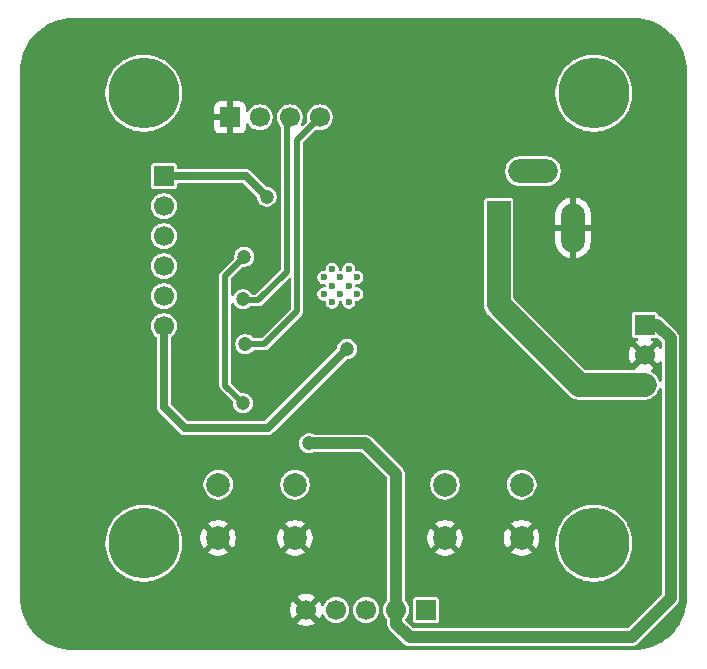
<source format=gbl>
%TF.GenerationSoftware,KiCad,Pcbnew,9.0.6*%
%TF.CreationDate,2026-01-28T21:09:14+07:00*%
%TF.ProjectId,BluetoothCar,426c7565-746f-46f7-9468-4361722e6b69,rev?*%
%TF.SameCoordinates,Original*%
%TF.FileFunction,Copper,L2,Bot*%
%TF.FilePolarity,Positive*%
%FSLAX46Y46*%
G04 Gerber Fmt 4.6, Leading zero omitted, Abs format (unit mm)*
G04 Created by KiCad (PCBNEW 9.0.6) date 2026-01-28 21:09:14*
%MOMM*%
%LPD*%
G01*
G04 APERTURE LIST*
%TA.AperFunction,ComponentPad*%
%ADD10C,2.000000*%
%TD*%
%TA.AperFunction,ComponentPad*%
%ADD11C,6.000000*%
%TD*%
%TA.AperFunction,ComponentPad*%
%ADD12R,1.700000X1.700000*%
%TD*%
%TA.AperFunction,ComponentPad*%
%ADD13C,1.700000*%
%TD*%
%TA.AperFunction,ComponentPad*%
%ADD14R,2.000000X4.600000*%
%TD*%
%TA.AperFunction,ComponentPad*%
%ADD15O,2.000000X4.200000*%
%TD*%
%TA.AperFunction,ComponentPad*%
%ADD16O,4.200000X2.000000*%
%TD*%
%TA.AperFunction,HeatsinkPad*%
%ADD17C,0.600000*%
%TD*%
%TA.AperFunction,ViaPad*%
%ADD18C,1.200000*%
%TD*%
%TA.AperFunction,Conductor*%
%ADD19C,1.000000*%
%TD*%
%TA.AperFunction,Conductor*%
%ADD20C,0.700000*%
%TD*%
%TA.AperFunction,Conductor*%
%ADD21C,0.500000*%
%TD*%
%TA.AperFunction,Conductor*%
%ADD22C,2.000000*%
%TD*%
G04 APERTURE END LIST*
D10*
%TO.P,BOOT1,1,C*%
%TO.N,GND*%
X103800000Y-152500000D03*
X97300000Y-152500000D03*
%TO.P,BOOT1,2,D*%
%TO.N,Net-(BOOT1A-D)*%
X103800000Y-148000000D03*
X97300000Y-148000000D03*
%TD*%
D11*
%TO.P,H4,1,1*%
%TO.N,unconnected-(H4-Pad1)*%
X129100000Y-152955000D03*
%TD*%
D12*
%TO.P,J3,1,Pin_1*%
%TO.N,GND*%
X98280000Y-116900000D03*
D13*
%TO.P,J3,2,Pin_2*%
%TO.N,+5V*%
X100820000Y-116900000D03*
%TO.P,J3,3,Pin_3*%
%TO.N,SDA*%
X103360000Y-116900000D03*
%TO.P,J3,4,Pin_4*%
%TO.N,SCL*%
X105900000Y-116900000D03*
%TD*%
D10*
%TO.P,EN_PIN1,1,C*%
%TO.N,GND*%
X123000000Y-152500000D03*
X116500000Y-152500000D03*
%TO.P,EN_PIN1,2,D*%
%TO.N,Net-(EN_PIN1A-D)*%
X123000000Y-148000000D03*
X116500000Y-148000000D03*
%TD*%
D11*
%TO.P,H3,1,1*%
%TO.N,unconnected-(H3-Pad1)*%
X91000000Y-152955000D03*
%TD*%
D12*
%TO.P,J5,1,Pin_1*%
%TO.N,unconnected-(J5-Pin_1-Pad1)*%
X114900000Y-158600000D03*
D13*
%TO.P,J5,2,Pin_2*%
%TO.N,+5V*%
X112360000Y-158600000D03*
%TO.P,J5,3,Pin_3*%
%TO.N,RX0*%
X109820000Y-158600000D03*
%TO.P,J5,4,Pin_4*%
%TO.N,TX0*%
X107280000Y-158600000D03*
%TO.P,J5,5,Pin_5*%
%TO.N,GND*%
X104740000Y-158600000D03*
%TD*%
D12*
%TO.P,J4,1,Pin_1*%
%TO.N,ENA*%
X92700000Y-121880000D03*
D13*
%TO.P,J4,2,Pin_2*%
%TO.N,INA1*%
X92700000Y-124420000D03*
%TO.P,J4,3,Pin_3*%
%TO.N,INA2*%
X92700000Y-126960000D03*
%TO.P,J4,4,Pin_4*%
%TO.N,INB1*%
X92700000Y-129500000D03*
%TO.P,J4,5,Pin_5*%
%TO.N,INB2*%
X92700000Y-132040000D03*
%TO.P,J4,6,Pin_6*%
%TO.N,ENB*%
X92700000Y-134580000D03*
%TD*%
D14*
%TO.P,J2,1*%
%TO.N,+12V*%
X121050000Y-126250000D03*
D15*
%TO.P,J2,2*%
%TO.N,GND*%
X127350000Y-126250000D03*
D16*
%TO.P,J2,3*%
%TO.N,N/C*%
X123950000Y-121450000D03*
%TD*%
D11*
%TO.P,H2,1,1*%
%TO.N,unconnected-(H2-Pad1)*%
X129100000Y-114855000D03*
%TD*%
%TO.P,H1,1,1*%
%TO.N,unconnected-(H1-Pad1)*%
X91000000Y-114855000D03*
%TD*%
D12*
%TO.P,J6,1,Pin_1*%
%TO.N,+5V*%
X133400000Y-134460000D03*
D13*
%TO.P,J6,2,Pin_2*%
%TO.N,GND*%
X133400000Y-137000000D03*
%TO.P,J6,3,Pin_3*%
%TO.N,+12V*%
X133400000Y-139540000D03*
%TD*%
D17*
%TO.P,U1,39*%
%TO.N,N/C*%
X109050000Y-131850000D03*
X109050000Y-130450000D03*
X108350000Y-132550000D03*
X108350000Y-131150000D03*
X108350000Y-129750000D03*
X107650000Y-131850000D03*
X107650000Y-130450000D03*
X106950000Y-132550000D03*
X106950000Y-131150000D03*
X106950000Y-129750000D03*
X106250000Y-131850000D03*
X106250000Y-130450000D03*
%TD*%
D18*
%TO.N,+5V*%
X105000000Y-144500000D03*
%TO.N,ENB*%
X108200000Y-136500000D03*
%TO.N,BOOT*%
X99500000Y-128700000D03*
%TO.N,ENA*%
X101400000Y-123600000D03*
%TO.N,BOOT*%
X99400000Y-141100000D03*
%TO.N,SDA*%
X99400000Y-132300000D03*
%TO.N,SCL*%
X99600000Y-136100000D03*
%TD*%
D19*
%TO.N,+5V*%
X112360000Y-158600000D02*
X112360000Y-147110000D01*
X112360000Y-147110000D02*
X109750000Y-144500000D01*
X109750000Y-144500000D02*
X105000000Y-144500000D01*
D20*
%TO.N,ENB*%
X92700000Y-134580000D02*
X92700000Y-141400000D01*
X92700000Y-141400000D02*
X94500000Y-143200000D01*
X94500000Y-143200000D02*
X101500000Y-143200000D01*
X101500000Y-143200000D02*
X108200000Y-136500000D01*
D21*
%TO.N,BOOT*%
X97900000Y-139600000D02*
X97900000Y-130300000D01*
X99400000Y-141100000D02*
X97900000Y-139600000D01*
X97900000Y-130300000D02*
X99500000Y-128700000D01*
D20*
%TO.N,ENA*%
X101400000Y-123600000D02*
X99680000Y-121880000D01*
X99680000Y-121880000D02*
X92700000Y-121880000D01*
D19*
%TO.N,+5V*%
X112360000Y-158600000D02*
X112360000Y-159760000D01*
X113500000Y-160900000D02*
X132300000Y-160900000D01*
X134460000Y-134460000D02*
X133400000Y-134460000D01*
X112360000Y-159760000D02*
X113500000Y-160900000D01*
X135600000Y-157600000D02*
X135600000Y-135600000D01*
X132300000Y-160900000D02*
X135600000Y-157600000D01*
X135600000Y-135600000D02*
X134460000Y-134460000D01*
D22*
%TO.N,+12V*%
X121050000Y-132730000D02*
X127860000Y-139540000D01*
X127860000Y-139540000D02*
X133400000Y-139540000D01*
X121050000Y-126250000D02*
X121050000Y-132730000D01*
D21*
%TO.N,SDA*%
X99500000Y-132400000D02*
X100700000Y-132400000D01*
X103100000Y-117160000D02*
X103360000Y-116900000D01*
X100700000Y-132400000D02*
X103100000Y-130000000D01*
X103100000Y-130000000D02*
X103100000Y-117160000D01*
X99400000Y-132300000D02*
X99500000Y-132400000D01*
%TO.N,SCL*%
X104000000Y-118800000D02*
X105900000Y-116900000D01*
X104000000Y-133300000D02*
X104000000Y-118800000D01*
X101200000Y-136100000D02*
X104000000Y-133300000D01*
X99600000Y-136100000D02*
X101200000Y-136100000D01*
%TD*%
%TA.AperFunction,Conductor*%
%TO.N,GND*%
G36*
X134515270Y-137761717D02*
G01*
X134515270Y-137761716D01*
X134554622Y-137707554D01*
X134615015Y-137589028D01*
X134662990Y-137538232D01*
X134730811Y-137521437D01*
X134796946Y-137543974D01*
X134840397Y-137598690D01*
X134849500Y-137645323D01*
X134849500Y-139171491D01*
X134829815Y-139238530D01*
X134777011Y-139284285D01*
X134707853Y-139294229D01*
X134644297Y-139265204D01*
X134607569Y-139209810D01*
X134558882Y-139059970D01*
X134469523Y-138884594D01*
X134353828Y-138725354D01*
X134214646Y-138586172D01*
X134055405Y-138470476D01*
X133988370Y-138436320D01*
X133937574Y-138388345D01*
X133920779Y-138320524D01*
X133943316Y-138254389D01*
X133988370Y-138215350D01*
X134107554Y-138154622D01*
X134161716Y-138115270D01*
X134161717Y-138115270D01*
X133529408Y-137482962D01*
X133592993Y-137465925D01*
X133707007Y-137400099D01*
X133800099Y-137307007D01*
X133865925Y-137192993D01*
X133882962Y-137129408D01*
X134515270Y-137761717D01*
G37*
%TD.AperFunction*%
%TA.AperFunction,Conductor*%
G36*
X134479209Y-135545281D02*
G01*
X134501738Y-135563105D01*
X134813181Y-135874548D01*
X134846666Y-135935871D01*
X134849500Y-135962229D01*
X134849500Y-136354676D01*
X134829815Y-136421715D01*
X134777011Y-136467470D01*
X134707853Y-136477414D01*
X134644297Y-136448389D01*
X134615015Y-136410971D01*
X134554624Y-136292450D01*
X134515270Y-136238282D01*
X134515269Y-136238282D01*
X133882962Y-136870590D01*
X133865925Y-136807007D01*
X133800099Y-136692993D01*
X133707007Y-136599901D01*
X133592993Y-136534075D01*
X133529409Y-136517037D01*
X134161716Y-135884728D01*
X134107550Y-135845375D01*
X134008655Y-135794985D01*
X133957859Y-135747010D01*
X133941064Y-135679189D01*
X133963602Y-135613054D01*
X134018317Y-135569603D01*
X134064950Y-135560500D01*
X134274676Y-135560500D01*
X134274677Y-135560499D01*
X134347740Y-135545966D01*
X134347744Y-135545963D01*
X134359020Y-135541293D01*
X134359773Y-135543112D01*
X134411826Y-135526806D01*
X134479209Y-135545281D01*
G37*
%TD.AperFunction*%
%TA.AperFunction,Conductor*%
G36*
X132502702Y-108500617D02*
G01*
X132886771Y-108517386D01*
X132897506Y-108518326D01*
X133275971Y-108568152D01*
X133286597Y-108570025D01*
X133659284Y-108652648D01*
X133669710Y-108655442D01*
X134033765Y-108770227D01*
X134043911Y-108773920D01*
X134396578Y-108920000D01*
X134406369Y-108924566D01*
X134744942Y-109100816D01*
X134754310Y-109106224D01*
X135076244Y-109311318D01*
X135085105Y-109317523D01*
X135387930Y-109549889D01*
X135396217Y-109556843D01*
X135677635Y-109814715D01*
X135685284Y-109822364D01*
X135943156Y-110103782D01*
X135950110Y-110112069D01*
X136182476Y-110414894D01*
X136188681Y-110423755D01*
X136393775Y-110745689D01*
X136399183Y-110755057D01*
X136575430Y-111093623D01*
X136580002Y-111103427D01*
X136726075Y-111456078D01*
X136729775Y-111466244D01*
X136844554Y-111830278D01*
X136847354Y-111840727D01*
X136929971Y-112213389D01*
X136931849Y-112224042D01*
X136981671Y-112602473D01*
X136982614Y-112613249D01*
X136999382Y-112997297D01*
X136999500Y-113002706D01*
X136999500Y-157497293D01*
X136999382Y-157502702D01*
X136982614Y-157886750D01*
X136981671Y-157897526D01*
X136931849Y-158275957D01*
X136929971Y-158286610D01*
X136847354Y-158659272D01*
X136844554Y-158669721D01*
X136729775Y-159033755D01*
X136726075Y-159043921D01*
X136580002Y-159396572D01*
X136575430Y-159406376D01*
X136399183Y-159744942D01*
X136393775Y-159754310D01*
X136188681Y-160076244D01*
X136182476Y-160085105D01*
X135950110Y-160387930D01*
X135943156Y-160396217D01*
X135685284Y-160677635D01*
X135677635Y-160685284D01*
X135396217Y-160943156D01*
X135387930Y-160950110D01*
X135085105Y-161182476D01*
X135076244Y-161188681D01*
X134754310Y-161393775D01*
X134744942Y-161399183D01*
X134406376Y-161575430D01*
X134396572Y-161580002D01*
X134043921Y-161726075D01*
X134033755Y-161729775D01*
X133669721Y-161844554D01*
X133659272Y-161847354D01*
X133286610Y-161929971D01*
X133275957Y-161931849D01*
X132897526Y-161981671D01*
X132894633Y-161981219D01*
X132886750Y-161982614D01*
X132502703Y-161999382D01*
X132497294Y-161999500D01*
X85002706Y-161999500D01*
X84997297Y-161999382D01*
X84613249Y-161982614D01*
X84602473Y-161981671D01*
X84224042Y-161931849D01*
X84213389Y-161929971D01*
X83840727Y-161847354D01*
X83830278Y-161844554D01*
X83466244Y-161729775D01*
X83456078Y-161726075D01*
X83103427Y-161580002D01*
X83093623Y-161575430D01*
X82755057Y-161399183D01*
X82745689Y-161393775D01*
X82423755Y-161188681D01*
X82414894Y-161182476D01*
X82112069Y-160950110D01*
X82103782Y-160943156D01*
X81822364Y-160685284D01*
X81814715Y-160677635D01*
X81556843Y-160396217D01*
X81549889Y-160387930D01*
X81317523Y-160085105D01*
X81311318Y-160076244D01*
X81249311Y-159978913D01*
X81106223Y-159754309D01*
X81100822Y-159744954D01*
X80924566Y-159406369D01*
X80919997Y-159396572D01*
X80905560Y-159361717D01*
X80773920Y-159043911D01*
X80770224Y-159033755D01*
X80766659Y-159022447D01*
X80655442Y-158669710D01*
X80652649Y-158659290D01*
X80615950Y-158493753D01*
X103390000Y-158493753D01*
X103390000Y-158706246D01*
X103423242Y-158916127D01*
X103423242Y-158916130D01*
X103488904Y-159118217D01*
X103585375Y-159307550D01*
X103624728Y-159361716D01*
X104257037Y-158729408D01*
X104274075Y-158792993D01*
X104339901Y-158907007D01*
X104432993Y-159000099D01*
X104547007Y-159065925D01*
X104610590Y-159082962D01*
X103978282Y-159715269D01*
X103978282Y-159715270D01*
X104032449Y-159754624D01*
X104221782Y-159851095D01*
X104423870Y-159916757D01*
X104633754Y-159950000D01*
X104846246Y-159950000D01*
X105056127Y-159916757D01*
X105056130Y-159916757D01*
X105258217Y-159851095D01*
X105447554Y-159754622D01*
X105501716Y-159715270D01*
X105501717Y-159715270D01*
X104869408Y-159082962D01*
X104932993Y-159065925D01*
X105047007Y-159000099D01*
X105140099Y-158907007D01*
X105205925Y-158792993D01*
X105222962Y-158729408D01*
X105855270Y-159361717D01*
X105855270Y-159361716D01*
X105894622Y-159307554D01*
X105991096Y-159118215D01*
X106023239Y-159019288D01*
X106062676Y-158961612D01*
X106127034Y-158934413D01*
X106195880Y-158946327D01*
X106247357Y-158993571D01*
X106259100Y-159019284D01*
X106260127Y-159022446D01*
X106268521Y-159038920D01*
X106338768Y-159176788D01*
X106440586Y-159316928D01*
X106563072Y-159439414D01*
X106703212Y-159541232D01*
X106857555Y-159619873D01*
X107022299Y-159673402D01*
X107193389Y-159700500D01*
X107193390Y-159700500D01*
X107366610Y-159700500D01*
X107366611Y-159700500D01*
X107537701Y-159673402D01*
X107702445Y-159619873D01*
X107856788Y-159541232D01*
X107996928Y-159439414D01*
X108119414Y-159316928D01*
X108221232Y-159176788D01*
X108299873Y-159022445D01*
X108353402Y-158857701D01*
X108380500Y-158686611D01*
X108380500Y-158513389D01*
X108719500Y-158513389D01*
X108719500Y-158686611D01*
X108746598Y-158857701D01*
X108800127Y-159022445D01*
X108878768Y-159176788D01*
X108980586Y-159316928D01*
X109103072Y-159439414D01*
X109243212Y-159541232D01*
X109397555Y-159619873D01*
X109562299Y-159673402D01*
X109733389Y-159700500D01*
X109733390Y-159700500D01*
X109906610Y-159700500D01*
X109906611Y-159700500D01*
X110077701Y-159673402D01*
X110242445Y-159619873D01*
X110396788Y-159541232D01*
X110536928Y-159439414D01*
X110659414Y-159316928D01*
X110761232Y-159176788D01*
X110839873Y-159022445D01*
X110893402Y-158857701D01*
X110920500Y-158686611D01*
X110920500Y-158513389D01*
X110893402Y-158342299D01*
X110839873Y-158177555D01*
X110761232Y-158023212D01*
X110659414Y-157883072D01*
X110536928Y-157760586D01*
X110396788Y-157658768D01*
X110242445Y-157580127D01*
X110077701Y-157526598D01*
X110077699Y-157526597D01*
X110077698Y-157526597D01*
X109946271Y-157505781D01*
X109906611Y-157499500D01*
X109733389Y-157499500D01*
X109693728Y-157505781D01*
X109562302Y-157526597D01*
X109397552Y-157580128D01*
X109243211Y-157658768D01*
X109163256Y-157716859D01*
X109103072Y-157760586D01*
X109103070Y-157760588D01*
X109103069Y-157760588D01*
X108980588Y-157883069D01*
X108980588Y-157883070D01*
X108980586Y-157883072D01*
X108970085Y-157897526D01*
X108878768Y-158023211D01*
X108800128Y-158177552D01*
X108746597Y-158342302D01*
X108736349Y-158407007D01*
X108719500Y-158513389D01*
X108380500Y-158513389D01*
X108353402Y-158342299D01*
X108299873Y-158177555D01*
X108221232Y-158023212D01*
X108119414Y-157883072D01*
X107996928Y-157760586D01*
X107856788Y-157658768D01*
X107702445Y-157580127D01*
X107537701Y-157526598D01*
X107537699Y-157526597D01*
X107537698Y-157526597D01*
X107406271Y-157505781D01*
X107366611Y-157499500D01*
X107193389Y-157499500D01*
X107153728Y-157505781D01*
X107022302Y-157526597D01*
X106857552Y-157580128D01*
X106703211Y-157658768D01*
X106623256Y-157716859D01*
X106563072Y-157760586D01*
X106563070Y-157760588D01*
X106563069Y-157760588D01*
X106440588Y-157883069D01*
X106440588Y-157883070D01*
X106440586Y-157883072D01*
X106430085Y-157897526D01*
X106338768Y-158023211D01*
X106260128Y-158177550D01*
X106259099Y-158180720D01*
X106258381Y-158181769D01*
X106258266Y-158182048D01*
X106258207Y-158182023D01*
X106219657Y-158238393D01*
X106155297Y-158265587D01*
X106086451Y-158253668D01*
X106034979Y-158206420D01*
X106023239Y-158180711D01*
X105991096Y-158081784D01*
X105894624Y-157892449D01*
X105855270Y-157838282D01*
X105855269Y-157838282D01*
X105222962Y-158470590D01*
X105205925Y-158407007D01*
X105140099Y-158292993D01*
X105047007Y-158199901D01*
X104932993Y-158134075D01*
X104869409Y-158117037D01*
X105501716Y-157484728D01*
X105447550Y-157445375D01*
X105258217Y-157348904D01*
X105056129Y-157283242D01*
X104846246Y-157250000D01*
X104633754Y-157250000D01*
X104423872Y-157283242D01*
X104423869Y-157283242D01*
X104221782Y-157348904D01*
X104032439Y-157445380D01*
X103978282Y-157484727D01*
X103978282Y-157484728D01*
X104610591Y-158117037D01*
X104547007Y-158134075D01*
X104432993Y-158199901D01*
X104339901Y-158292993D01*
X104274075Y-158407007D01*
X104257037Y-158470591D01*
X103624728Y-157838282D01*
X103624727Y-157838282D01*
X103585380Y-157892439D01*
X103488904Y-158081782D01*
X103423242Y-158283869D01*
X103423242Y-158283872D01*
X103390000Y-158493753D01*
X80615950Y-158493753D01*
X80570025Y-158286597D01*
X80568152Y-158275971D01*
X80518326Y-157897506D01*
X80517386Y-157886769D01*
X80505028Y-157603720D01*
X80502133Y-157537397D01*
X80500618Y-157502703D01*
X80500618Y-157502702D01*
X80500500Y-157497293D01*
X80500500Y-152795316D01*
X87749500Y-152795316D01*
X87749500Y-153114683D01*
X87780803Y-153432522D01*
X87843109Y-153745754D01*
X87935820Y-154051382D01*
X88058040Y-154346446D01*
X88058042Y-154346451D01*
X88208584Y-154628094D01*
X88208601Y-154628122D01*
X88386012Y-154893638D01*
X88386029Y-154893661D01*
X88588638Y-155140540D01*
X88814459Y-155366361D01*
X88814464Y-155366365D01*
X88814465Y-155366366D01*
X89061344Y-155568975D01*
X89061351Y-155568980D01*
X89061361Y-155568987D01*
X89326877Y-155746398D01*
X89326882Y-155746401D01*
X89326894Y-155746409D01*
X89326903Y-155746413D01*
X89326905Y-155746415D01*
X89608548Y-155896957D01*
X89608550Y-155896957D01*
X89608556Y-155896961D01*
X89903619Y-156019180D01*
X90209240Y-156111889D01*
X90522477Y-156174196D01*
X90840313Y-156205500D01*
X90840316Y-156205500D01*
X91159684Y-156205500D01*
X91159687Y-156205500D01*
X91477523Y-156174196D01*
X91790760Y-156111889D01*
X92096381Y-156019180D01*
X92391444Y-155896961D01*
X92673106Y-155746409D01*
X92938656Y-155568975D01*
X93185535Y-155366366D01*
X93411366Y-155140535D01*
X93613975Y-154893656D01*
X93791409Y-154628106D01*
X93941961Y-154346444D01*
X94064180Y-154051381D01*
X94156889Y-153745760D01*
X94219196Y-153432523D01*
X94250500Y-153114687D01*
X94250500Y-152795313D01*
X94219196Y-152477477D01*
X94200194Y-152381947D01*
X95800000Y-152381947D01*
X95800000Y-152618052D01*
X95836934Y-152851247D01*
X95909897Y-153075802D01*
X96017087Y-153286174D01*
X96077338Y-153369104D01*
X96077340Y-153369105D01*
X96776212Y-152670233D01*
X96787482Y-152712292D01*
X96859890Y-152837708D01*
X96962292Y-152940110D01*
X97087708Y-153012518D01*
X97129765Y-153023787D01*
X96430893Y-153722658D01*
X96513828Y-153782914D01*
X96724197Y-153890102D01*
X96948752Y-153963065D01*
X96948751Y-153963065D01*
X97181948Y-154000000D01*
X97418052Y-154000000D01*
X97651247Y-153963065D01*
X97875802Y-153890102D01*
X98086163Y-153782918D01*
X98086169Y-153782914D01*
X98169104Y-153722658D01*
X98169105Y-153722658D01*
X97470233Y-153023787D01*
X97512292Y-153012518D01*
X97637708Y-152940110D01*
X97740110Y-152837708D01*
X97812518Y-152712292D01*
X97823787Y-152670234D01*
X98522658Y-153369105D01*
X98522658Y-153369104D01*
X98582914Y-153286169D01*
X98582918Y-153286163D01*
X98690102Y-153075802D01*
X98763065Y-152851247D01*
X98800000Y-152618052D01*
X98800000Y-152381947D01*
X102300000Y-152381947D01*
X102300000Y-152618052D01*
X102336934Y-152851247D01*
X102409897Y-153075802D01*
X102517087Y-153286174D01*
X102577338Y-153369104D01*
X102577340Y-153369105D01*
X103276212Y-152670233D01*
X103287482Y-152712292D01*
X103359890Y-152837708D01*
X103462292Y-152940110D01*
X103587708Y-153012518D01*
X103629765Y-153023787D01*
X102930893Y-153722658D01*
X103013828Y-153782914D01*
X103224197Y-153890102D01*
X103448752Y-153963065D01*
X103448751Y-153963065D01*
X103681948Y-154000000D01*
X103918052Y-154000000D01*
X104151247Y-153963065D01*
X104375802Y-153890102D01*
X104586163Y-153782918D01*
X104586169Y-153782914D01*
X104669104Y-153722658D01*
X104669105Y-153722658D01*
X103970233Y-153023787D01*
X104012292Y-153012518D01*
X104137708Y-152940110D01*
X104240110Y-152837708D01*
X104312518Y-152712292D01*
X104323787Y-152670234D01*
X105022658Y-153369105D01*
X105022658Y-153369104D01*
X105082914Y-153286169D01*
X105082918Y-153286163D01*
X105190102Y-153075802D01*
X105263065Y-152851247D01*
X105300000Y-152618052D01*
X105300000Y-152381947D01*
X105263065Y-152148752D01*
X105190102Y-151924197D01*
X105082914Y-151713828D01*
X105022658Y-151630894D01*
X105022658Y-151630893D01*
X104323787Y-152329765D01*
X104312518Y-152287708D01*
X104240110Y-152162292D01*
X104137708Y-152059890D01*
X104012292Y-151987482D01*
X103970234Y-151976212D01*
X104669105Y-151277340D01*
X104669104Y-151277338D01*
X104586174Y-151217087D01*
X104375802Y-151109897D01*
X104151247Y-151036934D01*
X104151248Y-151036934D01*
X103918052Y-151000000D01*
X103681948Y-151000000D01*
X103448752Y-151036934D01*
X103224197Y-151109897D01*
X103013830Y-151217084D01*
X102930894Y-151277340D01*
X103629766Y-151976212D01*
X103587708Y-151987482D01*
X103462292Y-152059890D01*
X103359890Y-152162292D01*
X103287482Y-152287708D01*
X103276212Y-152329766D01*
X102577340Y-151630894D01*
X102517084Y-151713830D01*
X102409897Y-151924197D01*
X102336934Y-152148752D01*
X102300000Y-152381947D01*
X98800000Y-152381947D01*
X98763065Y-152148752D01*
X98690102Y-151924197D01*
X98582914Y-151713828D01*
X98522658Y-151630894D01*
X98522658Y-151630893D01*
X97823787Y-152329765D01*
X97812518Y-152287708D01*
X97740110Y-152162292D01*
X97637708Y-152059890D01*
X97512292Y-151987482D01*
X97470234Y-151976212D01*
X98169105Y-151277340D01*
X98169104Y-151277339D01*
X98086174Y-151217087D01*
X97875802Y-151109897D01*
X97651247Y-151036934D01*
X97651248Y-151036934D01*
X97418052Y-151000000D01*
X97181948Y-151000000D01*
X96948752Y-151036934D01*
X96724197Y-151109897D01*
X96513830Y-151217084D01*
X96430894Y-151277340D01*
X97129766Y-151976212D01*
X97087708Y-151987482D01*
X96962292Y-152059890D01*
X96859890Y-152162292D01*
X96787482Y-152287708D01*
X96776212Y-152329766D01*
X96077340Y-151630894D01*
X96017084Y-151713830D01*
X95909897Y-151924197D01*
X95836934Y-152148752D01*
X95800000Y-152381947D01*
X94200194Y-152381947D01*
X94156889Y-152164240D01*
X94064180Y-151858619D01*
X93941961Y-151563556D01*
X93941957Y-151563548D01*
X93845481Y-151383054D01*
X93845480Y-151383053D01*
X93832039Y-151357908D01*
X93791409Y-151281894D01*
X93788366Y-151277340D01*
X93613987Y-151016361D01*
X93613980Y-151016351D01*
X93613975Y-151016344D01*
X93411366Y-150769465D01*
X93411365Y-150769464D01*
X93411361Y-150769459D01*
X93185540Y-150543638D01*
X92938661Y-150341029D01*
X92938638Y-150341012D01*
X92673122Y-150163601D01*
X92673094Y-150163584D01*
X92391451Y-150013042D01*
X92391446Y-150013040D01*
X92096382Y-149890820D01*
X91790754Y-149798109D01*
X91477521Y-149735803D01*
X91477522Y-149735803D01*
X91238141Y-149712227D01*
X91159687Y-149704500D01*
X90840313Y-149704500D01*
X90767822Y-149711639D01*
X90522477Y-149735803D01*
X90209245Y-149798109D01*
X89903617Y-149890820D01*
X89608553Y-150013040D01*
X89608548Y-150013042D01*
X89326905Y-150163584D01*
X89326877Y-150163601D01*
X89061361Y-150341012D01*
X89061338Y-150341029D01*
X88814459Y-150543638D01*
X88588638Y-150769459D01*
X88386029Y-151016338D01*
X88386012Y-151016361D01*
X88208601Y-151281877D01*
X88208584Y-151281905D01*
X88058042Y-151563548D01*
X88058040Y-151563553D01*
X87935820Y-151858617D01*
X87843109Y-152164245D01*
X87780803Y-152477477D01*
X87757677Y-152712292D01*
X87751711Y-152772871D01*
X87749500Y-152795316D01*
X80500500Y-152795316D01*
X80500500Y-147901577D01*
X96049500Y-147901577D01*
X96049500Y-148098422D01*
X96080290Y-148292826D01*
X96141117Y-148480029D01*
X96230476Y-148655405D01*
X96346172Y-148814646D01*
X96485354Y-148953828D01*
X96644595Y-149069524D01*
X96727455Y-149111743D01*
X96819970Y-149158882D01*
X96819972Y-149158882D01*
X96819975Y-149158884D01*
X96920317Y-149191487D01*
X97007173Y-149219709D01*
X97201578Y-149250500D01*
X97201583Y-149250500D01*
X97398422Y-149250500D01*
X97592826Y-149219709D01*
X97780025Y-149158884D01*
X97955405Y-149069524D01*
X98114646Y-148953828D01*
X98253828Y-148814646D01*
X98369524Y-148655405D01*
X98458884Y-148480025D01*
X98519709Y-148292826D01*
X98550500Y-148098422D01*
X98550500Y-147901577D01*
X102549500Y-147901577D01*
X102549500Y-148098422D01*
X102580290Y-148292826D01*
X102641117Y-148480029D01*
X102730476Y-148655405D01*
X102846172Y-148814646D01*
X102985354Y-148953828D01*
X103144595Y-149069524D01*
X103227455Y-149111743D01*
X103319970Y-149158882D01*
X103319972Y-149158882D01*
X103319975Y-149158884D01*
X103420317Y-149191487D01*
X103507173Y-149219709D01*
X103701578Y-149250500D01*
X103701583Y-149250500D01*
X103898422Y-149250500D01*
X104092826Y-149219709D01*
X104280025Y-149158884D01*
X104455405Y-149069524D01*
X104614646Y-148953828D01*
X104753828Y-148814646D01*
X104869524Y-148655405D01*
X104958884Y-148480025D01*
X105019709Y-148292826D01*
X105050500Y-148098422D01*
X105050500Y-147901577D01*
X105019709Y-147707173D01*
X104958882Y-147519970D01*
X104869523Y-147344594D01*
X104753828Y-147185354D01*
X104614646Y-147046172D01*
X104455405Y-146930476D01*
X104280029Y-146841117D01*
X104092826Y-146780290D01*
X103898422Y-146749500D01*
X103898417Y-146749500D01*
X103701583Y-146749500D01*
X103701578Y-146749500D01*
X103507173Y-146780290D01*
X103319970Y-146841117D01*
X103144594Y-146930476D01*
X103053741Y-146996485D01*
X102985354Y-147046172D01*
X102985352Y-147046174D01*
X102985351Y-147046174D01*
X102846174Y-147185351D01*
X102846174Y-147185352D01*
X102846172Y-147185354D01*
X102796485Y-147253741D01*
X102730476Y-147344594D01*
X102641117Y-147519970D01*
X102580290Y-147707173D01*
X102549500Y-147901577D01*
X98550500Y-147901577D01*
X98519709Y-147707173D01*
X98458882Y-147519970D01*
X98369523Y-147344594D01*
X98253828Y-147185354D01*
X98114646Y-147046172D01*
X97955405Y-146930476D01*
X97780029Y-146841117D01*
X97592826Y-146780290D01*
X97398422Y-146749500D01*
X97398417Y-146749500D01*
X97201583Y-146749500D01*
X97201578Y-146749500D01*
X97007173Y-146780290D01*
X96819970Y-146841117D01*
X96644594Y-146930476D01*
X96553741Y-146996485D01*
X96485354Y-147046172D01*
X96485352Y-147046174D01*
X96485351Y-147046174D01*
X96346174Y-147185351D01*
X96346174Y-147185352D01*
X96346172Y-147185354D01*
X96296485Y-147253741D01*
X96230476Y-147344594D01*
X96141117Y-147519970D01*
X96080290Y-147707173D01*
X96049500Y-147901577D01*
X80500500Y-147901577D01*
X80500500Y-144416228D01*
X104149500Y-144416228D01*
X104149500Y-144583771D01*
X104182182Y-144748074D01*
X104182184Y-144748082D01*
X104246295Y-144902860D01*
X104339373Y-145042162D01*
X104457837Y-145160626D01*
X104550494Y-145222537D01*
X104597137Y-145253703D01*
X104751918Y-145317816D01*
X104916228Y-145350499D01*
X104916232Y-145350500D01*
X104916233Y-145350500D01*
X105083768Y-145350500D01*
X105083769Y-145350499D01*
X105248082Y-145317816D01*
X105387808Y-145259938D01*
X105435261Y-145250500D01*
X109387770Y-145250500D01*
X109454809Y-145270185D01*
X109475451Y-145286819D01*
X111573181Y-147384548D01*
X111606666Y-147445871D01*
X111609500Y-147472229D01*
X111609500Y-157742796D01*
X111589815Y-157809835D01*
X111573181Y-157830477D01*
X111520588Y-157883069D01*
X111520588Y-157883070D01*
X111520586Y-157883072D01*
X111510085Y-157897526D01*
X111418768Y-158023211D01*
X111340128Y-158177552D01*
X111286597Y-158342302D01*
X111276349Y-158407007D01*
X111259500Y-158513389D01*
X111259500Y-158686611D01*
X111286598Y-158857701D01*
X111340127Y-159022445D01*
X111418768Y-159176788D01*
X111520586Y-159316928D01*
X111520588Y-159316930D01*
X111573181Y-159369523D01*
X111606666Y-159430846D01*
X111609500Y-159457204D01*
X111609500Y-159833918D01*
X111609500Y-159833920D01*
X111609499Y-159833920D01*
X111638340Y-159978907D01*
X111638343Y-159978917D01*
X111694914Y-160115492D01*
X111694915Y-160115494D01*
X111694916Y-160115495D01*
X111717637Y-160149500D01*
X111727812Y-160164727D01*
X111727813Y-160164730D01*
X111777046Y-160238414D01*
X111777052Y-160238421D01*
X112721109Y-161182476D01*
X112917048Y-161378415D01*
X112917049Y-161378416D01*
X113021583Y-161482950D01*
X113021585Y-161482952D01*
X113144498Y-161565080D01*
X113144511Y-161565087D01*
X113281082Y-161621656D01*
X113281087Y-161621658D01*
X113281091Y-161621658D01*
X113281092Y-161621659D01*
X113426079Y-161650500D01*
X113426082Y-161650500D01*
X132373920Y-161650500D01*
X132471462Y-161631096D01*
X132518913Y-161621658D01*
X132655495Y-161565084D01*
X132704729Y-161532186D01*
X132778416Y-161482952D01*
X136182952Y-158078416D01*
X136235013Y-158000500D01*
X136265084Y-157955495D01*
X136297042Y-157878342D01*
X136321659Y-157818912D01*
X136350500Y-157673917D01*
X136350500Y-157526082D01*
X136350500Y-135526082D01*
X136350500Y-135526079D01*
X136321659Y-135381092D01*
X136321658Y-135381091D01*
X136321658Y-135381087D01*
X136286799Y-135296929D01*
X136265087Y-135244511D01*
X136265080Y-135244498D01*
X136182952Y-135121585D01*
X136182951Y-135121584D01*
X136078416Y-135017049D01*
X135899064Y-134837697D01*
X134938421Y-133877052D01*
X134938414Y-133877046D01*
X134864729Y-133827812D01*
X134864729Y-133827813D01*
X134815491Y-133794913D01*
X134678917Y-133738343D01*
X134678908Y-133738340D01*
X134600307Y-133722705D01*
X134538397Y-133690319D01*
X134503823Y-133629603D01*
X134500500Y-133601088D01*
X134500500Y-133585323D01*
X134500499Y-133585321D01*
X134485967Y-133512264D01*
X134485966Y-133512260D01*
X134473221Y-133493186D01*
X134430601Y-133429399D01*
X134347740Y-133374034D01*
X134347739Y-133374033D01*
X134347735Y-133374032D01*
X134274677Y-133359500D01*
X134274674Y-133359500D01*
X132525326Y-133359500D01*
X132525323Y-133359500D01*
X132452264Y-133374032D01*
X132452260Y-133374033D01*
X132369399Y-133429399D01*
X132314033Y-133512260D01*
X132314032Y-133512264D01*
X132299500Y-133585321D01*
X132299500Y-135334678D01*
X132314032Y-135407735D01*
X132314033Y-135407739D01*
X132321834Y-135419414D01*
X132369399Y-135490601D01*
X132423585Y-135526806D01*
X132452260Y-135545966D01*
X132452264Y-135545967D01*
X132525321Y-135560499D01*
X132525324Y-135560500D01*
X132735051Y-135560500D01*
X132802090Y-135580185D01*
X132847845Y-135632989D01*
X132857789Y-135702147D01*
X132828764Y-135765703D01*
X132791346Y-135794985D01*
X132692439Y-135845380D01*
X132638282Y-135884727D01*
X132638282Y-135884728D01*
X133270591Y-136517037D01*
X133207007Y-136534075D01*
X133092993Y-136599901D01*
X132999901Y-136692993D01*
X132934075Y-136807007D01*
X132917037Y-136870591D01*
X132284728Y-136238282D01*
X132284727Y-136238282D01*
X132245380Y-136292439D01*
X132148904Y-136481782D01*
X132083242Y-136683869D01*
X132083242Y-136683872D01*
X132050000Y-136893753D01*
X132050000Y-137106246D01*
X132083242Y-137316127D01*
X132083242Y-137316130D01*
X132148904Y-137518217D01*
X132245375Y-137707550D01*
X132284728Y-137761716D01*
X132917037Y-137129408D01*
X132934075Y-137192993D01*
X132999901Y-137307007D01*
X133092993Y-137400099D01*
X133207007Y-137465925D01*
X133270590Y-137482962D01*
X132638282Y-138115269D01*
X132641470Y-138155771D01*
X132627106Y-138224148D01*
X132578055Y-138273905D01*
X132517852Y-138289500D01*
X128429336Y-138289500D01*
X128362297Y-138269815D01*
X128341655Y-138253181D01*
X122336819Y-132248345D01*
X122303334Y-132187022D01*
X122300500Y-132160664D01*
X122300500Y-125031947D01*
X125850000Y-125031947D01*
X125850000Y-126000000D01*
X126850000Y-126000000D01*
X126850000Y-126500000D01*
X125850000Y-126500000D01*
X125850000Y-127468052D01*
X125886934Y-127701247D01*
X125959897Y-127925802D01*
X126067085Y-128136171D01*
X126205866Y-128327186D01*
X126372813Y-128494133D01*
X126563828Y-128632914D01*
X126774195Y-128740102D01*
X126998744Y-128813063D01*
X126998750Y-128813065D01*
X127100000Y-128829101D01*
X127100000Y-127783012D01*
X127157007Y-127815925D01*
X127284174Y-127850000D01*
X127415826Y-127850000D01*
X127542993Y-127815925D01*
X127600000Y-127783012D01*
X127600000Y-128829100D01*
X127701249Y-128813065D01*
X127701255Y-128813063D01*
X127925804Y-128740102D01*
X128136171Y-128632914D01*
X128327186Y-128494133D01*
X128494133Y-128327186D01*
X128632914Y-128136171D01*
X128740102Y-127925802D01*
X128813065Y-127701247D01*
X128850000Y-127468052D01*
X128850000Y-126500000D01*
X127850000Y-126500000D01*
X127850000Y-126000000D01*
X128850000Y-126000000D01*
X128850000Y-125031947D01*
X128813065Y-124798752D01*
X128740102Y-124574197D01*
X128632914Y-124363828D01*
X128494133Y-124172813D01*
X128327186Y-124005866D01*
X128136171Y-123867085D01*
X127925802Y-123759897D01*
X127701247Y-123686934D01*
X127600000Y-123670897D01*
X127600000Y-124716988D01*
X127542993Y-124684075D01*
X127415826Y-124650000D01*
X127284174Y-124650000D01*
X127157007Y-124684075D01*
X127100000Y-124716988D01*
X127100000Y-123670897D01*
X126998752Y-123686934D01*
X126774197Y-123759897D01*
X126563828Y-123867085D01*
X126372813Y-124005866D01*
X126205866Y-124172813D01*
X126067085Y-124363828D01*
X125959897Y-124574197D01*
X125886934Y-124798752D01*
X125850000Y-125031947D01*
X122300500Y-125031947D01*
X122300500Y-123925323D01*
X122300499Y-123925321D01*
X122285967Y-123852264D01*
X122285966Y-123852260D01*
X122279920Y-123843211D01*
X122230601Y-123769399D01*
X122147740Y-123714034D01*
X122147739Y-123714033D01*
X122147735Y-123714032D01*
X122074677Y-123699500D01*
X122074674Y-123699500D01*
X120025326Y-123699500D01*
X120025323Y-123699500D01*
X119952264Y-123714032D01*
X119952260Y-123714033D01*
X119869399Y-123769399D01*
X119814033Y-123852260D01*
X119814032Y-123852264D01*
X119799500Y-123925321D01*
X119799500Y-132828422D01*
X119830290Y-133022826D01*
X119891117Y-133210030D01*
X119967277Y-133359500D01*
X119980476Y-133385405D01*
X120096172Y-133544646D01*
X127045354Y-140493828D01*
X127204594Y-140609524D01*
X127265389Y-140640500D01*
X127322682Y-140669692D01*
X127379974Y-140698884D01*
X127379980Y-140698886D01*
X127445361Y-140720129D01*
X127506346Y-140739944D01*
X127506347Y-140739945D01*
X127506348Y-140739945D01*
X127567173Y-140759709D01*
X127640076Y-140771255D01*
X127761578Y-140790500D01*
X127761583Y-140790500D01*
X133498422Y-140790500D01*
X133692826Y-140759709D01*
X133880025Y-140698884D01*
X134055405Y-140609524D01*
X134214646Y-140493828D01*
X134353828Y-140354646D01*
X134469524Y-140195405D01*
X134558884Y-140020025D01*
X134607569Y-139870189D01*
X134647007Y-139812514D01*
X134711366Y-139785316D01*
X134780212Y-139797231D01*
X134831688Y-139844475D01*
X134849500Y-139908508D01*
X134849500Y-157237770D01*
X134829815Y-157304809D01*
X134813181Y-157325451D01*
X132025451Y-160113181D01*
X131964128Y-160146666D01*
X131937770Y-160149500D01*
X113862229Y-160149500D01*
X113795190Y-160129815D01*
X113774548Y-160113181D01*
X113495285Y-159833918D01*
X113176533Y-159515166D01*
X113143050Y-159453845D01*
X113148034Y-159384153D01*
X113176532Y-159339809D01*
X113199414Y-159316928D01*
X113301232Y-159176788D01*
X113379873Y-159022445D01*
X113433402Y-158857701D01*
X113460500Y-158686611D01*
X113460500Y-158513389D01*
X113433402Y-158342299D01*
X113379873Y-158177555D01*
X113301232Y-158023212D01*
X113199414Y-157883072D01*
X113146819Y-157830477D01*
X113132115Y-157803549D01*
X113115523Y-157777731D01*
X113114631Y-157771530D01*
X113113334Y-157769154D01*
X113110500Y-157742796D01*
X113110500Y-157725321D01*
X113799500Y-157725321D01*
X113799500Y-159474678D01*
X113814032Y-159547735D01*
X113814033Y-159547739D01*
X113814034Y-159547740D01*
X113869399Y-159630601D01*
X113952260Y-159685966D01*
X113952264Y-159685967D01*
X114025321Y-159700499D01*
X114025324Y-159700500D01*
X114025326Y-159700500D01*
X115774676Y-159700500D01*
X115774677Y-159700499D01*
X115847740Y-159685966D01*
X115930601Y-159630601D01*
X115985966Y-159547740D01*
X116000500Y-159474674D01*
X116000500Y-157725326D01*
X116000500Y-157725323D01*
X116000499Y-157725321D01*
X115985967Y-157652264D01*
X115985966Y-157652260D01*
X115930601Y-157569399D01*
X115866542Y-157526597D01*
X115847739Y-157514033D01*
X115847735Y-157514032D01*
X115774677Y-157499500D01*
X115774674Y-157499500D01*
X114025326Y-157499500D01*
X114025323Y-157499500D01*
X113952264Y-157514032D01*
X113952260Y-157514033D01*
X113869399Y-157569399D01*
X113814033Y-157652260D01*
X113814032Y-157652264D01*
X113799500Y-157725321D01*
X113110500Y-157725321D01*
X113110500Y-152381947D01*
X115000000Y-152381947D01*
X115000000Y-152618052D01*
X115036934Y-152851247D01*
X115109897Y-153075802D01*
X115217087Y-153286174D01*
X115277338Y-153369104D01*
X115277340Y-153369105D01*
X115976212Y-152670233D01*
X115987482Y-152712292D01*
X116059890Y-152837708D01*
X116162292Y-152940110D01*
X116287708Y-153012518D01*
X116329765Y-153023787D01*
X115630893Y-153722658D01*
X115713828Y-153782914D01*
X115924197Y-153890102D01*
X116148752Y-153963065D01*
X116148751Y-153963065D01*
X116381948Y-154000000D01*
X116618052Y-154000000D01*
X116851247Y-153963065D01*
X117075802Y-153890102D01*
X117286163Y-153782918D01*
X117286169Y-153782914D01*
X117369104Y-153722658D01*
X117369105Y-153722658D01*
X116670233Y-153023787D01*
X116712292Y-153012518D01*
X116837708Y-152940110D01*
X116940110Y-152837708D01*
X117012518Y-152712292D01*
X117023787Y-152670234D01*
X117722658Y-153369105D01*
X117722658Y-153369104D01*
X117782914Y-153286169D01*
X117782918Y-153286163D01*
X117890102Y-153075802D01*
X117963065Y-152851247D01*
X118000000Y-152618052D01*
X118000000Y-152381947D01*
X121500000Y-152381947D01*
X121500000Y-152618052D01*
X121536934Y-152851247D01*
X121609897Y-153075802D01*
X121717087Y-153286174D01*
X121777338Y-153369104D01*
X121777340Y-153369105D01*
X122476212Y-152670233D01*
X122487482Y-152712292D01*
X122559890Y-152837708D01*
X122662292Y-152940110D01*
X122787708Y-153012518D01*
X122829765Y-153023787D01*
X122130893Y-153722658D01*
X122213828Y-153782914D01*
X122424197Y-153890102D01*
X122648752Y-153963065D01*
X122648751Y-153963065D01*
X122881948Y-154000000D01*
X123118052Y-154000000D01*
X123351247Y-153963065D01*
X123575802Y-153890102D01*
X123786163Y-153782918D01*
X123786169Y-153782914D01*
X123869104Y-153722658D01*
X123869105Y-153722658D01*
X123170233Y-153023787D01*
X123212292Y-153012518D01*
X123337708Y-152940110D01*
X123440110Y-152837708D01*
X123512518Y-152712292D01*
X123523787Y-152670233D01*
X124222658Y-153369105D01*
X124222658Y-153369104D01*
X124282914Y-153286169D01*
X124282918Y-153286163D01*
X124390102Y-153075802D01*
X124463065Y-152851247D01*
X124463066Y-152851246D01*
X124471924Y-152795316D01*
X125849500Y-152795316D01*
X125849500Y-153114683D01*
X125880803Y-153432522D01*
X125943109Y-153745754D01*
X126035820Y-154051382D01*
X126158040Y-154346446D01*
X126158042Y-154346451D01*
X126308584Y-154628094D01*
X126308601Y-154628122D01*
X126486012Y-154893638D01*
X126486029Y-154893661D01*
X126688638Y-155140540D01*
X126914459Y-155366361D01*
X126914464Y-155366365D01*
X126914465Y-155366366D01*
X127161344Y-155568975D01*
X127161351Y-155568980D01*
X127161361Y-155568987D01*
X127426877Y-155746398D01*
X127426882Y-155746401D01*
X127426894Y-155746409D01*
X127426903Y-155746413D01*
X127426905Y-155746415D01*
X127708548Y-155896957D01*
X127708550Y-155896957D01*
X127708556Y-155896961D01*
X128003619Y-156019180D01*
X128309240Y-156111889D01*
X128622477Y-156174196D01*
X128940313Y-156205500D01*
X128940316Y-156205500D01*
X129259684Y-156205500D01*
X129259687Y-156205500D01*
X129577523Y-156174196D01*
X129890760Y-156111889D01*
X130196381Y-156019180D01*
X130491444Y-155896961D01*
X130773106Y-155746409D01*
X131038656Y-155568975D01*
X131285535Y-155366366D01*
X131511366Y-155140535D01*
X131713975Y-154893656D01*
X131891409Y-154628106D01*
X132041961Y-154346444D01*
X132164180Y-154051381D01*
X132256889Y-153745760D01*
X132319196Y-153432523D01*
X132350500Y-153114687D01*
X132350500Y-152795313D01*
X132319196Y-152477477D01*
X132256889Y-152164240D01*
X132164180Y-151858619D01*
X132041961Y-151563556D01*
X131945480Y-151383054D01*
X131891415Y-151281905D01*
X131891413Y-151281903D01*
X131891409Y-151281894D01*
X131888366Y-151277340D01*
X131713987Y-151016361D01*
X131713980Y-151016351D01*
X131713975Y-151016344D01*
X131511366Y-150769465D01*
X131511365Y-150769464D01*
X131511361Y-150769459D01*
X131285540Y-150543638D01*
X131038661Y-150341029D01*
X131038638Y-150341012D01*
X130773122Y-150163601D01*
X130773094Y-150163584D01*
X130491451Y-150013042D01*
X130491446Y-150013040D01*
X130196382Y-149890820D01*
X129890754Y-149798109D01*
X129577521Y-149735803D01*
X129577522Y-149735803D01*
X129338141Y-149712227D01*
X129259687Y-149704500D01*
X128940313Y-149704500D01*
X128867822Y-149711639D01*
X128622477Y-149735803D01*
X128309245Y-149798109D01*
X128003617Y-149890820D01*
X127708553Y-150013040D01*
X127708548Y-150013042D01*
X127426905Y-150163584D01*
X127426877Y-150163601D01*
X127161361Y-150341012D01*
X127161338Y-150341029D01*
X126914459Y-150543638D01*
X126688638Y-150769459D01*
X126486029Y-151016338D01*
X126486012Y-151016361D01*
X126308601Y-151281877D01*
X126308584Y-151281905D01*
X126158042Y-151563548D01*
X126158040Y-151563553D01*
X126035820Y-151858617D01*
X125943109Y-152164245D01*
X125880803Y-152477477D01*
X125857677Y-152712292D01*
X125851711Y-152772871D01*
X125849500Y-152795316D01*
X124471924Y-152795316D01*
X124475479Y-152772872D01*
X124475479Y-152772871D01*
X124500000Y-152618052D01*
X124500000Y-152381947D01*
X124463065Y-152148752D01*
X124390102Y-151924197D01*
X124282914Y-151713828D01*
X124222658Y-151630894D01*
X124222658Y-151630893D01*
X123523787Y-152329765D01*
X123512518Y-152287708D01*
X123440110Y-152162292D01*
X123337708Y-152059890D01*
X123212292Y-151987482D01*
X123170234Y-151976212D01*
X123869105Y-151277340D01*
X123869104Y-151277338D01*
X123786174Y-151217087D01*
X123575802Y-151109897D01*
X123351247Y-151036934D01*
X123351248Y-151036934D01*
X123118052Y-151000000D01*
X122881948Y-151000000D01*
X122648752Y-151036934D01*
X122424197Y-151109897D01*
X122213830Y-151217084D01*
X122130894Y-151277340D01*
X122829766Y-151976212D01*
X122787708Y-151987482D01*
X122662292Y-152059890D01*
X122559890Y-152162292D01*
X122487482Y-152287708D01*
X122476212Y-152329766D01*
X121777340Y-151630894D01*
X121717084Y-151713830D01*
X121609897Y-151924197D01*
X121536934Y-152148752D01*
X121500000Y-152381947D01*
X118000000Y-152381947D01*
X117963065Y-152148752D01*
X117890102Y-151924197D01*
X117782914Y-151713828D01*
X117722658Y-151630894D01*
X117722658Y-151630893D01*
X117023787Y-152329765D01*
X117012518Y-152287708D01*
X116940110Y-152162292D01*
X116837708Y-152059890D01*
X116712292Y-151987482D01*
X116670234Y-151976212D01*
X117369105Y-151277340D01*
X117369104Y-151277339D01*
X117286174Y-151217087D01*
X117075802Y-151109897D01*
X116851247Y-151036934D01*
X116851248Y-151036934D01*
X116618052Y-151000000D01*
X116381948Y-151000000D01*
X116148752Y-151036934D01*
X115924197Y-151109897D01*
X115713830Y-151217084D01*
X115630894Y-151277340D01*
X116329766Y-151976212D01*
X116287708Y-151987482D01*
X116162292Y-152059890D01*
X116059890Y-152162292D01*
X115987482Y-152287708D01*
X115976212Y-152329766D01*
X115277340Y-151630894D01*
X115217084Y-151713830D01*
X115109897Y-151924197D01*
X115036934Y-152148752D01*
X115000000Y-152381947D01*
X113110500Y-152381947D01*
X113110500Y-147901577D01*
X115249500Y-147901577D01*
X115249500Y-148098422D01*
X115280290Y-148292826D01*
X115341117Y-148480029D01*
X115430476Y-148655405D01*
X115546172Y-148814646D01*
X115685354Y-148953828D01*
X115844595Y-149069524D01*
X115927455Y-149111743D01*
X116019970Y-149158882D01*
X116019972Y-149158882D01*
X116019975Y-149158884D01*
X116120317Y-149191487D01*
X116207173Y-149219709D01*
X116401578Y-149250500D01*
X116401583Y-149250500D01*
X116598422Y-149250500D01*
X116792826Y-149219709D01*
X116980025Y-149158884D01*
X117155405Y-149069524D01*
X117314646Y-148953828D01*
X117453828Y-148814646D01*
X117569524Y-148655405D01*
X117658884Y-148480025D01*
X117719709Y-148292826D01*
X117750500Y-148098422D01*
X117750500Y-147901577D01*
X121749500Y-147901577D01*
X121749500Y-148098422D01*
X121780290Y-148292826D01*
X121841117Y-148480029D01*
X121930476Y-148655405D01*
X122046172Y-148814646D01*
X122185354Y-148953828D01*
X122344595Y-149069524D01*
X122427455Y-149111743D01*
X122519970Y-149158882D01*
X122519972Y-149158882D01*
X122519975Y-149158884D01*
X122620317Y-149191487D01*
X122707173Y-149219709D01*
X122901578Y-149250500D01*
X122901583Y-149250500D01*
X123098422Y-149250500D01*
X123292826Y-149219709D01*
X123480025Y-149158884D01*
X123655405Y-149069524D01*
X123814646Y-148953828D01*
X123953828Y-148814646D01*
X124069524Y-148655405D01*
X124158884Y-148480025D01*
X124219709Y-148292826D01*
X124250500Y-148098422D01*
X124250500Y-147901577D01*
X124219709Y-147707173D01*
X124158882Y-147519970D01*
X124069523Y-147344594D01*
X123953828Y-147185354D01*
X123814646Y-147046172D01*
X123655405Y-146930476D01*
X123480029Y-146841117D01*
X123292826Y-146780290D01*
X123098422Y-146749500D01*
X123098417Y-146749500D01*
X122901583Y-146749500D01*
X122901578Y-146749500D01*
X122707173Y-146780290D01*
X122519970Y-146841117D01*
X122344594Y-146930476D01*
X122253741Y-146996485D01*
X122185354Y-147046172D01*
X122185352Y-147046174D01*
X122185351Y-147046174D01*
X122046174Y-147185351D01*
X122046174Y-147185352D01*
X122046172Y-147185354D01*
X121996485Y-147253741D01*
X121930476Y-147344594D01*
X121841117Y-147519970D01*
X121780290Y-147707173D01*
X121749500Y-147901577D01*
X117750500Y-147901577D01*
X117719709Y-147707173D01*
X117658882Y-147519970D01*
X117569523Y-147344594D01*
X117453828Y-147185354D01*
X117314646Y-147046172D01*
X117155405Y-146930476D01*
X116980029Y-146841117D01*
X116792826Y-146780290D01*
X116598422Y-146749500D01*
X116598417Y-146749500D01*
X116401583Y-146749500D01*
X116401578Y-146749500D01*
X116207173Y-146780290D01*
X116019970Y-146841117D01*
X115844594Y-146930476D01*
X115753741Y-146996485D01*
X115685354Y-147046172D01*
X115685352Y-147046174D01*
X115685351Y-147046174D01*
X115546174Y-147185351D01*
X115546174Y-147185352D01*
X115546172Y-147185354D01*
X115496485Y-147253741D01*
X115430476Y-147344594D01*
X115341117Y-147519970D01*
X115280290Y-147707173D01*
X115249500Y-147901577D01*
X113110500Y-147901577D01*
X113110500Y-147036079D01*
X113081659Y-146891092D01*
X113081658Y-146891091D01*
X113081658Y-146891087D01*
X113060960Y-146841117D01*
X113025087Y-146754511D01*
X113025080Y-146754498D01*
X112942952Y-146631585D01*
X112942951Y-146631584D01*
X112838416Y-146527049D01*
X110228421Y-143917052D01*
X110228414Y-143917046D01*
X110154729Y-143867812D01*
X110154729Y-143867813D01*
X110105491Y-143834913D01*
X109968917Y-143778343D01*
X109968907Y-143778340D01*
X109823920Y-143749500D01*
X109823918Y-143749500D01*
X105435261Y-143749500D01*
X105387808Y-143740061D01*
X105248082Y-143682184D01*
X105248074Y-143682182D01*
X105083771Y-143649500D01*
X105083767Y-143649500D01*
X104916233Y-143649500D01*
X104916228Y-143649500D01*
X104751925Y-143682182D01*
X104751917Y-143682184D01*
X104597139Y-143746295D01*
X104457837Y-143839373D01*
X104339373Y-143957837D01*
X104246295Y-144097139D01*
X104182184Y-144251917D01*
X104182182Y-144251925D01*
X104149500Y-144416228D01*
X80500500Y-144416228D01*
X80500500Y-134493389D01*
X91599500Y-134493389D01*
X91599500Y-134666611D01*
X91626598Y-134837701D01*
X91680127Y-135002445D01*
X91758768Y-135156788D01*
X91860586Y-135296928D01*
X91983072Y-135419414D01*
X92048388Y-135466868D01*
X92091051Y-135522195D01*
X92099500Y-135567184D01*
X92099500Y-141313330D01*
X92099499Y-141313348D01*
X92099499Y-141479054D01*
X92099498Y-141479054D01*
X92140423Y-141631785D01*
X92169358Y-141681900D01*
X92169359Y-141681904D01*
X92169360Y-141681904D01*
X92219479Y-141768714D01*
X92219481Y-141768717D01*
X92338349Y-141887585D01*
X92338355Y-141887590D01*
X94015139Y-143564374D01*
X94015149Y-143564385D01*
X94019479Y-143568715D01*
X94019480Y-143568716D01*
X94131284Y-143680520D01*
X94131286Y-143680521D01*
X94131290Y-143680524D01*
X94245214Y-143746297D01*
X94268216Y-143759577D01*
X94380019Y-143789534D01*
X94420942Y-143800500D01*
X94420943Y-143800500D01*
X101413331Y-143800500D01*
X101413347Y-143800501D01*
X101420943Y-143800501D01*
X101579054Y-143800501D01*
X101579057Y-143800501D01*
X101731785Y-143759577D01*
X101781904Y-143730639D01*
X101868716Y-143680520D01*
X101980520Y-143568716D01*
X101980520Y-143568714D01*
X101990728Y-143558507D01*
X101990729Y-143558504D01*
X108162416Y-137386819D01*
X108223739Y-137353334D01*
X108250097Y-137350500D01*
X108283768Y-137350500D01*
X108283769Y-137350499D01*
X108448082Y-137317816D01*
X108602863Y-137253703D01*
X108742162Y-137160626D01*
X108860626Y-137042162D01*
X108953703Y-136902863D01*
X109017816Y-136748082D01*
X109050500Y-136583767D01*
X109050500Y-136416233D01*
X109017816Y-136251918D01*
X108953703Y-136097137D01*
X108922537Y-136050494D01*
X108860626Y-135957837D01*
X108742162Y-135839373D01*
X108602860Y-135746295D01*
X108448082Y-135682184D01*
X108448074Y-135682182D01*
X108283771Y-135649500D01*
X108283767Y-135649500D01*
X108116233Y-135649500D01*
X108116228Y-135649500D01*
X107951925Y-135682182D01*
X107951917Y-135682184D01*
X107797139Y-135746295D01*
X107657837Y-135839373D01*
X107539373Y-135957837D01*
X107446295Y-136097139D01*
X107382184Y-136251917D01*
X107382182Y-136251925D01*
X107349500Y-136416228D01*
X107349500Y-136449903D01*
X107329815Y-136516942D01*
X107313181Y-136537584D01*
X101287584Y-142563181D01*
X101226261Y-142596666D01*
X101199903Y-142599500D01*
X94800097Y-142599500D01*
X94733058Y-142579815D01*
X94712416Y-142563181D01*
X93336819Y-141187584D01*
X93303334Y-141126261D01*
X93300500Y-141099903D01*
X93300500Y-135567184D01*
X93320185Y-135500145D01*
X93351609Y-135466870D01*
X93416928Y-135419414D01*
X93539414Y-135296928D01*
X93641232Y-135156788D01*
X93719873Y-135002445D01*
X93773402Y-134837701D01*
X93800500Y-134666611D01*
X93800500Y-134493389D01*
X93773402Y-134322299D01*
X93719873Y-134157555D01*
X93641232Y-134003212D01*
X93539414Y-133863072D01*
X93416928Y-133740586D01*
X93276788Y-133638768D01*
X93122445Y-133560127D01*
X92957701Y-133506598D01*
X92957699Y-133506597D01*
X92957698Y-133506597D01*
X92826271Y-133485781D01*
X92786611Y-133479500D01*
X92613389Y-133479500D01*
X92573728Y-133485781D01*
X92442302Y-133506597D01*
X92277552Y-133560128D01*
X92123211Y-133638768D01*
X92052258Y-133690319D01*
X91983072Y-133740586D01*
X91983070Y-133740588D01*
X91983069Y-133740588D01*
X91860588Y-133863069D01*
X91860588Y-133863070D01*
X91860586Y-133863072D01*
X91850432Y-133877048D01*
X91758768Y-134003211D01*
X91680128Y-134157552D01*
X91626597Y-134322302D01*
X91599500Y-134493389D01*
X80500500Y-134493389D01*
X80500500Y-131953389D01*
X91599500Y-131953389D01*
X91599500Y-132126611D01*
X91626598Y-132297701D01*
X91680127Y-132462445D01*
X91758768Y-132616788D01*
X91860586Y-132756928D01*
X91983072Y-132879414D01*
X92123212Y-132981232D01*
X92277555Y-133059873D01*
X92442299Y-133113402D01*
X92613389Y-133140500D01*
X92613390Y-133140500D01*
X92786610Y-133140500D01*
X92786611Y-133140500D01*
X92957701Y-133113402D01*
X93122445Y-133059873D01*
X93276788Y-132981232D01*
X93416928Y-132879414D01*
X93539414Y-132756928D01*
X93641232Y-132616788D01*
X93719873Y-132462445D01*
X93773402Y-132297701D01*
X93800500Y-132126611D01*
X93800500Y-131953389D01*
X93773402Y-131782299D01*
X93719873Y-131617555D01*
X93641232Y-131463212D01*
X93539414Y-131323072D01*
X93416928Y-131200586D01*
X93276788Y-131098768D01*
X93122445Y-131020127D01*
X92957701Y-130966598D01*
X92957699Y-130966597D01*
X92957698Y-130966597D01*
X92826271Y-130945781D01*
X92786611Y-130939500D01*
X92613389Y-130939500D01*
X92573728Y-130945781D01*
X92442302Y-130966597D01*
X92277552Y-131020128D01*
X92123211Y-131098768D01*
X92043256Y-131156859D01*
X91983072Y-131200586D01*
X91983070Y-131200588D01*
X91983069Y-131200588D01*
X91860588Y-131323069D01*
X91860588Y-131323070D01*
X91860586Y-131323072D01*
X91816859Y-131383256D01*
X91758768Y-131463211D01*
X91680128Y-131617552D01*
X91626597Y-131782302D01*
X91608484Y-131896666D01*
X91599500Y-131953389D01*
X80500500Y-131953389D01*
X80500500Y-129413389D01*
X91599500Y-129413389D01*
X91599500Y-129586611D01*
X91626598Y-129757701D01*
X91680127Y-129922445D01*
X91758768Y-130076788D01*
X91860586Y-130216928D01*
X91983072Y-130339414D01*
X92123212Y-130441232D01*
X92277555Y-130519873D01*
X92442299Y-130573402D01*
X92613389Y-130600500D01*
X92613390Y-130600500D01*
X92786610Y-130600500D01*
X92786611Y-130600500D01*
X92957701Y-130573402D01*
X93122445Y-130519873D01*
X93276788Y-130441232D01*
X93416928Y-130339414D01*
X93522234Y-130234108D01*
X97399500Y-130234108D01*
X97399500Y-139665891D01*
X97433608Y-139793187D01*
X97435943Y-139797231D01*
X97499500Y-139907314D01*
X97499502Y-139907316D01*
X98513312Y-140921126D01*
X98546797Y-140982449D01*
X98548409Y-141010141D01*
X98549500Y-141010141D01*
X98549500Y-141183771D01*
X98582182Y-141348074D01*
X98582184Y-141348082D01*
X98646295Y-141502860D01*
X98739373Y-141642162D01*
X98857837Y-141760626D01*
X98950494Y-141822537D01*
X98997137Y-141853703D01*
X99151918Y-141917816D01*
X99316228Y-141950499D01*
X99316232Y-141950500D01*
X99316233Y-141950500D01*
X99483768Y-141950500D01*
X99483769Y-141950499D01*
X99648082Y-141917816D01*
X99802863Y-141853703D01*
X99942162Y-141760626D01*
X100060626Y-141642162D01*
X100153703Y-141502863D01*
X100217816Y-141348082D01*
X100250500Y-141183767D01*
X100250500Y-141016233D01*
X100217816Y-140851918D01*
X100168227Y-140732201D01*
X100153704Y-140697139D01*
X100060626Y-140557837D01*
X99942162Y-140439373D01*
X99802860Y-140346295D01*
X99648082Y-140282184D01*
X99648074Y-140282182D01*
X99483771Y-140249500D01*
X99483767Y-140249500D01*
X99316233Y-140249500D01*
X99310141Y-140249500D01*
X99310141Y-140246988D01*
X99252283Y-140235999D01*
X99221126Y-140213312D01*
X98436819Y-139429005D01*
X98403334Y-139367682D01*
X98400500Y-139341324D01*
X98400500Y-132732847D01*
X98420185Y-132665808D01*
X98472989Y-132620053D01*
X98542147Y-132610109D01*
X98605703Y-132639134D01*
X98639061Y-132685395D01*
X98646294Y-132702858D01*
X98646295Y-132702860D01*
X98739373Y-132842162D01*
X98857837Y-132960626D01*
X98950494Y-133022537D01*
X98997137Y-133053703D01*
X98997138Y-133053703D01*
X98997139Y-133053704D01*
X99019538Y-133062982D01*
X99151918Y-133117816D01*
X99316228Y-133150499D01*
X99316232Y-133150500D01*
X99316233Y-133150500D01*
X99483768Y-133150500D01*
X99483769Y-133150499D01*
X99648082Y-133117816D01*
X99802863Y-133053703D01*
X99942162Y-132960626D01*
X99942165Y-132960623D01*
X99965970Y-132936819D01*
X100027293Y-132903334D01*
X100053651Y-132900500D01*
X100765890Y-132900500D01*
X100765892Y-132900500D01*
X100893186Y-132866392D01*
X101007314Y-132800500D01*
X103287819Y-130519995D01*
X103349142Y-130486510D01*
X103418834Y-130491494D01*
X103474767Y-130533366D01*
X103499184Y-130598830D01*
X103499500Y-130607676D01*
X103499500Y-133041324D01*
X103479815Y-133108363D01*
X103463181Y-133129005D01*
X101029005Y-135563181D01*
X100967682Y-135596666D01*
X100941324Y-135599500D01*
X100353465Y-135599500D01*
X100286426Y-135579815D01*
X100265709Y-135561369D01*
X100264934Y-135562145D01*
X100142162Y-135439373D01*
X100002860Y-135346295D01*
X99848082Y-135282184D01*
X99848074Y-135282182D01*
X99683771Y-135249500D01*
X99683767Y-135249500D01*
X99516233Y-135249500D01*
X99516228Y-135249500D01*
X99351925Y-135282182D01*
X99351917Y-135282184D01*
X99197139Y-135346295D01*
X99057837Y-135439373D01*
X98939373Y-135557837D01*
X98846295Y-135697139D01*
X98782184Y-135851917D01*
X98782182Y-135851925D01*
X98749500Y-136016228D01*
X98749500Y-136183771D01*
X98782182Y-136348074D01*
X98782184Y-136348082D01*
X98846295Y-136502860D01*
X98939373Y-136642162D01*
X99057837Y-136760626D01*
X99127252Y-136807007D01*
X99197137Y-136853703D01*
X99351918Y-136917816D01*
X99516228Y-136950499D01*
X99516232Y-136950500D01*
X99516233Y-136950500D01*
X99683768Y-136950500D01*
X99683769Y-136950499D01*
X99848082Y-136917816D01*
X100002863Y-136853703D01*
X100142162Y-136760626D01*
X100154714Y-136748074D01*
X100264934Y-136637855D01*
X100266716Y-136639637D01*
X100315342Y-136606506D01*
X100353465Y-136600500D01*
X101265890Y-136600500D01*
X101265892Y-136600500D01*
X101393186Y-136566392D01*
X101507314Y-136500500D01*
X104400500Y-133607314D01*
X104466392Y-133493186D01*
X104500500Y-133365892D01*
X104500500Y-133234108D01*
X104500500Y-130377525D01*
X105699500Y-130377525D01*
X105699500Y-130522475D01*
X105737016Y-130662485D01*
X105737017Y-130662488D01*
X105809488Y-130788011D01*
X105809490Y-130788013D01*
X105809491Y-130788015D01*
X105911985Y-130890509D01*
X105911986Y-130890510D01*
X105911988Y-130890511D01*
X106037511Y-130962982D01*
X106037512Y-130962982D01*
X106037515Y-130962984D01*
X106177525Y-131000500D01*
X106177528Y-131000500D01*
X106275500Y-131000500D01*
X106284185Y-131003050D01*
X106293147Y-131001762D01*
X106317187Y-131012740D01*
X106342539Y-131020185D01*
X106348466Y-131027025D01*
X106356703Y-131030787D01*
X106370992Y-131053021D01*
X106388294Y-131072989D01*
X106390581Y-131083503D01*
X106394477Y-131089565D01*
X106399500Y-131124500D01*
X106399500Y-131175500D01*
X106379815Y-131242539D01*
X106327011Y-131288294D01*
X106275500Y-131299500D01*
X106177525Y-131299500D01*
X106072309Y-131327693D01*
X106037511Y-131337017D01*
X105911988Y-131409488D01*
X105911982Y-131409493D01*
X105809493Y-131511982D01*
X105809488Y-131511988D01*
X105737017Y-131637511D01*
X105737016Y-131637515D01*
X105699500Y-131777525D01*
X105699500Y-131922475D01*
X105734185Y-132051918D01*
X105737017Y-132062488D01*
X105809488Y-132188011D01*
X105809490Y-132188013D01*
X105809491Y-132188015D01*
X105911985Y-132290509D01*
X105911986Y-132290510D01*
X105911988Y-132290511D01*
X106037511Y-132362982D01*
X106037512Y-132362982D01*
X106037515Y-132362984D01*
X106177525Y-132400500D01*
X106177528Y-132400500D01*
X106275500Y-132400500D01*
X106342539Y-132420185D01*
X106388294Y-132472989D01*
X106399500Y-132524500D01*
X106399500Y-132622475D01*
X106435527Y-132756928D01*
X106437017Y-132762488D01*
X106509488Y-132888011D01*
X106509490Y-132888013D01*
X106509491Y-132888015D01*
X106611985Y-132990509D01*
X106611986Y-132990510D01*
X106611988Y-132990511D01*
X106737511Y-133062982D01*
X106737512Y-133062982D01*
X106737515Y-133062984D01*
X106877525Y-133100500D01*
X106877528Y-133100500D01*
X107022472Y-133100500D01*
X107022475Y-133100500D01*
X107162485Y-133062984D01*
X107288015Y-132990509D01*
X107390509Y-132888015D01*
X107462984Y-132762485D01*
X107500500Y-132622475D01*
X107500500Y-132524500D01*
X107503050Y-132515814D01*
X107501762Y-132506853D01*
X107512740Y-132482812D01*
X107520185Y-132457461D01*
X107527025Y-132451533D01*
X107530787Y-132443297D01*
X107553021Y-132429007D01*
X107572989Y-132411706D01*
X107583503Y-132409418D01*
X107589565Y-132405523D01*
X107624500Y-132400500D01*
X107675500Y-132400500D01*
X107742539Y-132420185D01*
X107788294Y-132472989D01*
X107799500Y-132524500D01*
X107799500Y-132622475D01*
X107835527Y-132756928D01*
X107837017Y-132762488D01*
X107909488Y-132888011D01*
X107909490Y-132888013D01*
X107909491Y-132888015D01*
X108011985Y-132990509D01*
X108011986Y-132990510D01*
X108011988Y-132990511D01*
X108137511Y-133062982D01*
X108137512Y-133062982D01*
X108137515Y-133062984D01*
X108277525Y-133100500D01*
X108277528Y-133100500D01*
X108422472Y-133100500D01*
X108422475Y-133100500D01*
X108562485Y-133062984D01*
X108688015Y-132990509D01*
X108790509Y-132888015D01*
X108862984Y-132762485D01*
X108900500Y-132622475D01*
X108900500Y-132524500D01*
X108920185Y-132457461D01*
X108972989Y-132411706D01*
X109024500Y-132400500D01*
X109122472Y-132400500D01*
X109122475Y-132400500D01*
X109262485Y-132362984D01*
X109388015Y-132290509D01*
X109490509Y-132188015D01*
X109562984Y-132062485D01*
X109600500Y-131922475D01*
X109600500Y-131777525D01*
X109562984Y-131637515D01*
X109551458Y-131617552D01*
X109490511Y-131511988D01*
X109490506Y-131511982D01*
X109388017Y-131409493D01*
X109388011Y-131409488D01*
X109262488Y-131337017D01*
X109262489Y-131337017D01*
X109227691Y-131327693D01*
X109122475Y-131299500D01*
X109024500Y-131299500D01*
X109015814Y-131296949D01*
X109006853Y-131298238D01*
X108982812Y-131287259D01*
X108957461Y-131279815D01*
X108951533Y-131272974D01*
X108943297Y-131269213D01*
X108929007Y-131246978D01*
X108911706Y-131227011D01*
X108909418Y-131216496D01*
X108905523Y-131210435D01*
X108900500Y-131175500D01*
X108900500Y-131124500D01*
X108920185Y-131057461D01*
X108972989Y-131011706D01*
X109024500Y-131000500D01*
X109122472Y-131000500D01*
X109122475Y-131000500D01*
X109262485Y-130962984D01*
X109388015Y-130890509D01*
X109490509Y-130788015D01*
X109562984Y-130662485D01*
X109600500Y-130522475D01*
X109600500Y-130377525D01*
X109562984Y-130237515D01*
X109551099Y-130216930D01*
X109490511Y-130111988D01*
X109490506Y-130111982D01*
X109388017Y-130009493D01*
X109388011Y-130009488D01*
X109262488Y-129937017D01*
X109262489Y-129937017D01*
X109227691Y-129927693D01*
X109122475Y-129899500D01*
X109024500Y-129899500D01*
X108957461Y-129879815D01*
X108911706Y-129827011D01*
X108900500Y-129775500D01*
X108900500Y-129677527D01*
X108900500Y-129677525D01*
X108862984Y-129537515D01*
X108851611Y-129517817D01*
X108790511Y-129411988D01*
X108790506Y-129411982D01*
X108688017Y-129309493D01*
X108688011Y-129309488D01*
X108562488Y-129237017D01*
X108562489Y-129237017D01*
X108551006Y-129233940D01*
X108422475Y-129199500D01*
X108277525Y-129199500D01*
X108148993Y-129233940D01*
X108137511Y-129237017D01*
X108011988Y-129309488D01*
X108011982Y-129309493D01*
X107909493Y-129411982D01*
X107909488Y-129411988D01*
X107837017Y-129537511D01*
X107837016Y-129537515D01*
X107799500Y-129677525D01*
X107799500Y-129677527D01*
X107799500Y-129775500D01*
X107796949Y-129784185D01*
X107798238Y-129793147D01*
X107787259Y-129817187D01*
X107779815Y-129842539D01*
X107772974Y-129848466D01*
X107769213Y-129856703D01*
X107746978Y-129870992D01*
X107727011Y-129888294D01*
X107716496Y-129890581D01*
X107710435Y-129894477D01*
X107675500Y-129899500D01*
X107624500Y-129899500D01*
X107557461Y-129879815D01*
X107511706Y-129827011D01*
X107500500Y-129775500D01*
X107500500Y-129677527D01*
X107500500Y-129677525D01*
X107462984Y-129537515D01*
X107451611Y-129517817D01*
X107390511Y-129411988D01*
X107390506Y-129411982D01*
X107288017Y-129309493D01*
X107288011Y-129309488D01*
X107162488Y-129237017D01*
X107162489Y-129237017D01*
X107151006Y-129233940D01*
X107022475Y-129199500D01*
X106877525Y-129199500D01*
X106748993Y-129233940D01*
X106737511Y-129237017D01*
X106611988Y-129309488D01*
X106611982Y-129309493D01*
X106509493Y-129411982D01*
X106509488Y-129411988D01*
X106437017Y-129537511D01*
X106437016Y-129537515D01*
X106399500Y-129677525D01*
X106399500Y-129677527D01*
X106399500Y-129775500D01*
X106379815Y-129842539D01*
X106327011Y-129888294D01*
X106275500Y-129899500D01*
X106177525Y-129899500D01*
X106072309Y-129927693D01*
X106037511Y-129937017D01*
X105911988Y-130009488D01*
X105911982Y-130009493D01*
X105809493Y-130111982D01*
X105809488Y-130111988D01*
X105737017Y-130237511D01*
X105737016Y-130237515D01*
X105699500Y-130377525D01*
X104500500Y-130377525D01*
X104500500Y-121351577D01*
X121599500Y-121351577D01*
X121599500Y-121548422D01*
X121630290Y-121742826D01*
X121691117Y-121930029D01*
X121780476Y-122105405D01*
X121896172Y-122264646D01*
X122035354Y-122403828D01*
X122194595Y-122519524D01*
X122229799Y-122537461D01*
X122369970Y-122608882D01*
X122369972Y-122608882D01*
X122369975Y-122608884D01*
X122470317Y-122641487D01*
X122557173Y-122669709D01*
X122751578Y-122700500D01*
X122751583Y-122700500D01*
X125148422Y-122700500D01*
X125342826Y-122669709D01*
X125530025Y-122608884D01*
X125705405Y-122519524D01*
X125864646Y-122403828D01*
X126003828Y-122264646D01*
X126119524Y-122105405D01*
X126208884Y-121930025D01*
X126269709Y-121742826D01*
X126300500Y-121548422D01*
X126300500Y-121351577D01*
X126269709Y-121157173D01*
X126220369Y-121005323D01*
X126208884Y-120969975D01*
X126208882Y-120969972D01*
X126208882Y-120969970D01*
X126119523Y-120794594D01*
X126119116Y-120794034D01*
X126003828Y-120635354D01*
X125864646Y-120496172D01*
X125705405Y-120380476D01*
X125530029Y-120291117D01*
X125342826Y-120230290D01*
X125148422Y-120199500D01*
X125148417Y-120199500D01*
X122751583Y-120199500D01*
X122751578Y-120199500D01*
X122557173Y-120230290D01*
X122369970Y-120291117D01*
X122194594Y-120380476D01*
X122103741Y-120446485D01*
X122035354Y-120496172D01*
X122035352Y-120496174D01*
X122035351Y-120496174D01*
X121896174Y-120635351D01*
X121896174Y-120635352D01*
X121896172Y-120635354D01*
X121846485Y-120703741D01*
X121780476Y-120794594D01*
X121691117Y-120969970D01*
X121630290Y-121157173D01*
X121599500Y-121351577D01*
X104500500Y-121351577D01*
X104500500Y-119058675D01*
X104520185Y-118991636D01*
X104536814Y-118970998D01*
X105507138Y-118000674D01*
X105568461Y-117967190D01*
X105633136Y-117970424D01*
X105642299Y-117973402D01*
X105813389Y-118000500D01*
X105813390Y-118000500D01*
X105986610Y-118000500D01*
X105986611Y-118000500D01*
X106157701Y-117973402D01*
X106322445Y-117919873D01*
X106476788Y-117841232D01*
X106616928Y-117739414D01*
X106739414Y-117616928D01*
X106841232Y-117476788D01*
X106919873Y-117322445D01*
X106973402Y-117157701D01*
X107000500Y-116986611D01*
X107000500Y-116813389D01*
X106973402Y-116642299D01*
X106919873Y-116477555D01*
X106841232Y-116323212D01*
X106739414Y-116183072D01*
X106616928Y-116060586D01*
X106476788Y-115958768D01*
X106322445Y-115880127D01*
X106157701Y-115826598D01*
X106157699Y-115826597D01*
X106157698Y-115826597D01*
X106026271Y-115805781D01*
X105986611Y-115799500D01*
X105813389Y-115799500D01*
X105773728Y-115805781D01*
X105642302Y-115826597D01*
X105477552Y-115880128D01*
X105323211Y-115958768D01*
X105243256Y-116016859D01*
X105183072Y-116060586D01*
X105183070Y-116060588D01*
X105183069Y-116060588D01*
X105060588Y-116183069D01*
X105060588Y-116183070D01*
X105060586Y-116183072D01*
X105016859Y-116243256D01*
X104958768Y-116323211D01*
X104880128Y-116477552D01*
X104826597Y-116642302D01*
X104799500Y-116813389D01*
X104799500Y-116986610D01*
X104826597Y-117157697D01*
X104829576Y-117166866D01*
X104831568Y-117236707D01*
X104799324Y-117292860D01*
X104528460Y-117563724D01*
X104467137Y-117597209D01*
X104397445Y-117592225D01*
X104341512Y-117550353D01*
X104317095Y-117484889D01*
X104330294Y-117419748D01*
X104379873Y-117322445D01*
X104433402Y-117157701D01*
X104460500Y-116986611D01*
X104460500Y-116813389D01*
X104433402Y-116642299D01*
X104379873Y-116477555D01*
X104301232Y-116323212D01*
X104199414Y-116183072D01*
X104076928Y-116060586D01*
X103936788Y-115958768D01*
X103782445Y-115880127D01*
X103617701Y-115826598D01*
X103617699Y-115826597D01*
X103617698Y-115826597D01*
X103486271Y-115805781D01*
X103446611Y-115799500D01*
X103273389Y-115799500D01*
X103233728Y-115805781D01*
X103102302Y-115826597D01*
X102937552Y-115880128D01*
X102783211Y-115958768D01*
X102703256Y-116016859D01*
X102643072Y-116060586D01*
X102643070Y-116060588D01*
X102643069Y-116060588D01*
X102520588Y-116183069D01*
X102520588Y-116183070D01*
X102520586Y-116183072D01*
X102476859Y-116243256D01*
X102418768Y-116323211D01*
X102340128Y-116477552D01*
X102286597Y-116642302D01*
X102285378Y-116650000D01*
X102259500Y-116813389D01*
X102259500Y-116986611D01*
X102286598Y-117157701D01*
X102340127Y-117322445D01*
X102418768Y-117476788D01*
X102520586Y-117616928D01*
X102520588Y-117616930D01*
X102563181Y-117659523D01*
X102596666Y-117720846D01*
X102599500Y-117747204D01*
X102599500Y-129741324D01*
X102579815Y-129808363D01*
X102563181Y-129829005D01*
X100529005Y-131863181D01*
X100502077Y-131877884D01*
X100476259Y-131894477D01*
X100470058Y-131895368D01*
X100467682Y-131896666D01*
X100441324Y-131899500D01*
X100221561Y-131899500D01*
X100154522Y-131879815D01*
X100118459Y-131844391D01*
X100060626Y-131757837D01*
X99942162Y-131639373D01*
X99802860Y-131546295D01*
X99648082Y-131482184D01*
X99648074Y-131482182D01*
X99483771Y-131449500D01*
X99483767Y-131449500D01*
X99316233Y-131449500D01*
X99316228Y-131449500D01*
X99151925Y-131482182D01*
X99151917Y-131482184D01*
X98997139Y-131546295D01*
X98857837Y-131639373D01*
X98739373Y-131757837D01*
X98646295Y-131897139D01*
X98646293Y-131897143D01*
X98639060Y-131914606D01*
X98595219Y-131969009D01*
X98528924Y-131991073D01*
X98461225Y-131973793D01*
X98413615Y-131922655D01*
X98400500Y-131867152D01*
X98400500Y-130558675D01*
X98420185Y-130491636D01*
X98436815Y-130470998D01*
X99321127Y-129586685D01*
X99382448Y-129553202D01*
X99410141Y-129551598D01*
X99410141Y-129550500D01*
X99583768Y-129550500D01*
X99583769Y-129550499D01*
X99748082Y-129517816D01*
X99902863Y-129453703D01*
X100042162Y-129360626D01*
X100160626Y-129242162D01*
X100253703Y-129102863D01*
X100317816Y-128948082D01*
X100350500Y-128783767D01*
X100350500Y-128616233D01*
X100317816Y-128451918D01*
X100253703Y-128297137D01*
X100222537Y-128250494D01*
X100160626Y-128157837D01*
X100042162Y-128039373D01*
X99902860Y-127946295D01*
X99748082Y-127882184D01*
X99748074Y-127882182D01*
X99583771Y-127849500D01*
X99583767Y-127849500D01*
X99416233Y-127849500D01*
X99416228Y-127849500D01*
X99251925Y-127882182D01*
X99251917Y-127882184D01*
X99097139Y-127946295D01*
X98957837Y-128039373D01*
X98839373Y-128157837D01*
X98746295Y-128297139D01*
X98682184Y-128451917D01*
X98682182Y-128451925D01*
X98649500Y-128616228D01*
X98649500Y-128789859D01*
X98646985Y-128789859D01*
X98636007Y-128847699D01*
X98613312Y-128878872D01*
X97592686Y-129899500D01*
X97499502Y-129992683D01*
X97499500Y-129992686D01*
X97433608Y-130106812D01*
X97399500Y-130234108D01*
X93522234Y-130234108D01*
X93539414Y-130216928D01*
X93641232Y-130076788D01*
X93719873Y-129922445D01*
X93773402Y-129757701D01*
X93800500Y-129586611D01*
X93800500Y-129413389D01*
X93773402Y-129242299D01*
X93719873Y-129077555D01*
X93641232Y-128923212D01*
X93539414Y-128783072D01*
X93416928Y-128660586D01*
X93276788Y-128558768D01*
X93122445Y-128480127D01*
X92957701Y-128426598D01*
X92957699Y-128426597D01*
X92957698Y-128426597D01*
X92826271Y-128405781D01*
X92786611Y-128399500D01*
X92613389Y-128399500D01*
X92573728Y-128405781D01*
X92442302Y-128426597D01*
X92277552Y-128480128D01*
X92123211Y-128558768D01*
X92044125Y-128616228D01*
X91983072Y-128660586D01*
X91983070Y-128660588D01*
X91983069Y-128660588D01*
X91860588Y-128783069D01*
X91860588Y-128783070D01*
X91860586Y-128783072D01*
X91816859Y-128843256D01*
X91758768Y-128923211D01*
X91680128Y-129077552D01*
X91626597Y-129242302D01*
X91607857Y-129360626D01*
X91599500Y-129413389D01*
X80500500Y-129413389D01*
X80500500Y-126873389D01*
X91599500Y-126873389D01*
X91599500Y-127046611D01*
X91626598Y-127217701D01*
X91680127Y-127382445D01*
X91758768Y-127536788D01*
X91860586Y-127676928D01*
X91983072Y-127799414D01*
X92123212Y-127901232D01*
X92277555Y-127979873D01*
X92442299Y-128033402D01*
X92613389Y-128060500D01*
X92613390Y-128060500D01*
X92786610Y-128060500D01*
X92786611Y-128060500D01*
X92957701Y-128033402D01*
X93122445Y-127979873D01*
X93276788Y-127901232D01*
X93416928Y-127799414D01*
X93539414Y-127676928D01*
X93641232Y-127536788D01*
X93719873Y-127382445D01*
X93773402Y-127217701D01*
X93800500Y-127046611D01*
X93800500Y-126873389D01*
X93773402Y-126702299D01*
X93719873Y-126537555D01*
X93641232Y-126383212D01*
X93539414Y-126243072D01*
X93416928Y-126120586D01*
X93276788Y-126018768D01*
X93122445Y-125940127D01*
X92957701Y-125886598D01*
X92957699Y-125886597D01*
X92957698Y-125886597D01*
X92826271Y-125865781D01*
X92786611Y-125859500D01*
X92613389Y-125859500D01*
X92573728Y-125865781D01*
X92442302Y-125886597D01*
X92277552Y-125940128D01*
X92123211Y-126018768D01*
X92043256Y-126076859D01*
X91983072Y-126120586D01*
X91983070Y-126120588D01*
X91983069Y-126120588D01*
X91860588Y-126243069D01*
X91860588Y-126243070D01*
X91860586Y-126243072D01*
X91816859Y-126303256D01*
X91758768Y-126383211D01*
X91680128Y-126537552D01*
X91626597Y-126702302D01*
X91599500Y-126873389D01*
X80500500Y-126873389D01*
X80500500Y-124333389D01*
X91599500Y-124333389D01*
X91599500Y-124506610D01*
X91622210Y-124650000D01*
X91626598Y-124677701D01*
X91680127Y-124842445D01*
X91758768Y-124996788D01*
X91860586Y-125136928D01*
X91983072Y-125259414D01*
X92123212Y-125361232D01*
X92277555Y-125439873D01*
X92442299Y-125493402D01*
X92613389Y-125520500D01*
X92613390Y-125520500D01*
X92786610Y-125520500D01*
X92786611Y-125520500D01*
X92957701Y-125493402D01*
X93122445Y-125439873D01*
X93276788Y-125361232D01*
X93416928Y-125259414D01*
X93539414Y-125136928D01*
X93641232Y-124996788D01*
X93719873Y-124842445D01*
X93773402Y-124677701D01*
X93800500Y-124506611D01*
X93800500Y-124333389D01*
X93773402Y-124162299D01*
X93719873Y-123997555D01*
X93641232Y-123843212D01*
X93539414Y-123703072D01*
X93416928Y-123580586D01*
X93276788Y-123478768D01*
X93122445Y-123400127D01*
X92957701Y-123346598D01*
X92957699Y-123346597D01*
X92957698Y-123346597D01*
X92826271Y-123325781D01*
X92786611Y-123319500D01*
X92613389Y-123319500D01*
X92573728Y-123325781D01*
X92442302Y-123346597D01*
X92277552Y-123400128D01*
X92123211Y-123478768D01*
X92071653Y-123516228D01*
X91983072Y-123580586D01*
X91983070Y-123580588D01*
X91983069Y-123580588D01*
X91860588Y-123703069D01*
X91860588Y-123703070D01*
X91860586Y-123703072D01*
X91852622Y-123714034D01*
X91758768Y-123843211D01*
X91680128Y-123997552D01*
X91626597Y-124162302D01*
X91599500Y-124333389D01*
X80500500Y-124333389D01*
X80500500Y-121005321D01*
X91599500Y-121005321D01*
X91599500Y-122754678D01*
X91614032Y-122827735D01*
X91614033Y-122827739D01*
X91614034Y-122827740D01*
X91669399Y-122910601D01*
X91712462Y-122939374D01*
X91752260Y-122965966D01*
X91752264Y-122965967D01*
X91825321Y-122980499D01*
X91825324Y-122980500D01*
X91825326Y-122980500D01*
X93574676Y-122980500D01*
X93574677Y-122980499D01*
X93647740Y-122965966D01*
X93730601Y-122910601D01*
X93785966Y-122827740D01*
X93800500Y-122754674D01*
X93800500Y-122604500D01*
X93820185Y-122537461D01*
X93872989Y-122491706D01*
X93924500Y-122480500D01*
X99379903Y-122480500D01*
X99446942Y-122500185D01*
X99467584Y-122516819D01*
X100513181Y-123562416D01*
X100546666Y-123623739D01*
X100549500Y-123650097D01*
X100549500Y-123683771D01*
X100582182Y-123848074D01*
X100582184Y-123848082D01*
X100646295Y-124002860D01*
X100739373Y-124142162D01*
X100857837Y-124260626D01*
X100950494Y-124322537D01*
X100997137Y-124353703D01*
X101151918Y-124417816D01*
X101316228Y-124450499D01*
X101316232Y-124450500D01*
X101316233Y-124450500D01*
X101483768Y-124450500D01*
X101483769Y-124450499D01*
X101648082Y-124417816D01*
X101802863Y-124353703D01*
X101942162Y-124260626D01*
X102060626Y-124142162D01*
X102153703Y-124002863D01*
X102217816Y-123848082D01*
X102250500Y-123683767D01*
X102250500Y-123516233D01*
X102217816Y-123351918D01*
X102153703Y-123197137D01*
X102122537Y-123150494D01*
X102060626Y-123057837D01*
X101942162Y-122939373D01*
X101802860Y-122846295D01*
X101648082Y-122782184D01*
X101648074Y-122782182D01*
X101483771Y-122749500D01*
X101483767Y-122749500D01*
X101450097Y-122749500D01*
X101383058Y-122729815D01*
X101362416Y-122713181D01*
X100167590Y-121518355D01*
X100167588Y-121518352D01*
X100048717Y-121399481D01*
X100048716Y-121399480D01*
X99961904Y-121349360D01*
X99961904Y-121349359D01*
X99961900Y-121349358D01*
X99911785Y-121320423D01*
X99759057Y-121279499D01*
X99600943Y-121279499D01*
X99593347Y-121279499D01*
X99593331Y-121279500D01*
X93924500Y-121279500D01*
X93857461Y-121259815D01*
X93811706Y-121207011D01*
X93800500Y-121155500D01*
X93800500Y-121005323D01*
X93800499Y-121005321D01*
X93785967Y-120932264D01*
X93785966Y-120932260D01*
X93730601Y-120849399D01*
X93648580Y-120794595D01*
X93647739Y-120794033D01*
X93647735Y-120794032D01*
X93574677Y-120779500D01*
X93574674Y-120779500D01*
X91825326Y-120779500D01*
X91825323Y-120779500D01*
X91752264Y-120794032D01*
X91752260Y-120794033D01*
X91669399Y-120849399D01*
X91614033Y-120932260D01*
X91614032Y-120932264D01*
X91599500Y-121005321D01*
X80500500Y-121005321D01*
X80500500Y-114695316D01*
X87749500Y-114695316D01*
X87749500Y-115014683D01*
X87780803Y-115332522D01*
X87843109Y-115645754D01*
X87935820Y-115951382D01*
X87956851Y-116002155D01*
X88031789Y-116183072D01*
X88058040Y-116246446D01*
X88058042Y-116246451D01*
X88208584Y-116528094D01*
X88208601Y-116528122D01*
X88386012Y-116793638D01*
X88386029Y-116793661D01*
X88588638Y-117040540D01*
X88814459Y-117266361D01*
X88814464Y-117266365D01*
X88814465Y-117266366D01*
X89061344Y-117468975D01*
X89061351Y-117468980D01*
X89061361Y-117468987D01*
X89326877Y-117646398D01*
X89326882Y-117646401D01*
X89326894Y-117646409D01*
X89326903Y-117646413D01*
X89326905Y-117646415D01*
X89608548Y-117796957D01*
X89608550Y-117796957D01*
X89608556Y-117796961D01*
X89903619Y-117919180D01*
X90209240Y-118011889D01*
X90522477Y-118074196D01*
X90840313Y-118105500D01*
X90840316Y-118105500D01*
X91159684Y-118105500D01*
X91159687Y-118105500D01*
X91477523Y-118074196D01*
X91790760Y-118011889D01*
X92096381Y-117919180D01*
X92391444Y-117796961D01*
X92673106Y-117646409D01*
X92938656Y-117468975D01*
X93185535Y-117266366D01*
X93411366Y-117040535D01*
X93613975Y-116793656D01*
X93791409Y-116528106D01*
X93941961Y-116246444D01*
X94043149Y-116002155D01*
X96930000Y-116002155D01*
X96930000Y-116650000D01*
X97846988Y-116650000D01*
X97814075Y-116707007D01*
X97780000Y-116834174D01*
X97780000Y-116965826D01*
X97814075Y-117092993D01*
X97846988Y-117150000D01*
X96930000Y-117150000D01*
X96930000Y-117797844D01*
X96936401Y-117857372D01*
X96936403Y-117857379D01*
X96986645Y-117992086D01*
X96986649Y-117992093D01*
X97072809Y-118107187D01*
X97072812Y-118107190D01*
X97187906Y-118193350D01*
X97187913Y-118193354D01*
X97322620Y-118243596D01*
X97322627Y-118243598D01*
X97382155Y-118249999D01*
X97382172Y-118250000D01*
X98030000Y-118250000D01*
X98030000Y-117333012D01*
X98087007Y-117365925D01*
X98214174Y-117400000D01*
X98345826Y-117400000D01*
X98472993Y-117365925D01*
X98530000Y-117333012D01*
X98530000Y-118250000D01*
X99177828Y-118250000D01*
X99177844Y-118249999D01*
X99237372Y-118243598D01*
X99237379Y-118243596D01*
X99372086Y-118193354D01*
X99372093Y-118193350D01*
X99487187Y-118107190D01*
X99487190Y-118107187D01*
X99573350Y-117992093D01*
X99573354Y-117992086D01*
X99623596Y-117857379D01*
X99623598Y-117857372D01*
X99629999Y-117797844D01*
X99630000Y-117797827D01*
X99630000Y-117505050D01*
X99649685Y-117438011D01*
X99702489Y-117392256D01*
X99771647Y-117382312D01*
X99835203Y-117411337D01*
X99864485Y-117448756D01*
X99878766Y-117476786D01*
X99909357Y-117518890D01*
X99980586Y-117616928D01*
X100103072Y-117739414D01*
X100243212Y-117841232D01*
X100397555Y-117919873D01*
X100562299Y-117973402D01*
X100733389Y-118000500D01*
X100733390Y-118000500D01*
X100906610Y-118000500D01*
X100906611Y-118000500D01*
X101077701Y-117973402D01*
X101242445Y-117919873D01*
X101396788Y-117841232D01*
X101536928Y-117739414D01*
X101659414Y-117616928D01*
X101761232Y-117476788D01*
X101839873Y-117322445D01*
X101893402Y-117157701D01*
X101920500Y-116986611D01*
X101920500Y-116813389D01*
X101893402Y-116642299D01*
X101839873Y-116477555D01*
X101761232Y-116323212D01*
X101659414Y-116183072D01*
X101536928Y-116060586D01*
X101396788Y-115958768D01*
X101242445Y-115880127D01*
X101077701Y-115826598D01*
X101077699Y-115826597D01*
X101077698Y-115826597D01*
X100946271Y-115805781D01*
X100906611Y-115799500D01*
X100733389Y-115799500D01*
X100693728Y-115805781D01*
X100562302Y-115826597D01*
X100397552Y-115880128D01*
X100243211Y-115958768D01*
X100163256Y-116016859D01*
X100103072Y-116060586D01*
X100103070Y-116060588D01*
X100103069Y-116060588D01*
X99980588Y-116183069D01*
X99980588Y-116183070D01*
X99980586Y-116183072D01*
X99936859Y-116243256D01*
X99878768Y-116323211D01*
X99864485Y-116351244D01*
X99816510Y-116402040D01*
X99748689Y-116418835D01*
X99682554Y-116396297D01*
X99639103Y-116341582D01*
X99630000Y-116294949D01*
X99630000Y-116002172D01*
X99629999Y-116002155D01*
X99623598Y-115942627D01*
X99623596Y-115942620D01*
X99573354Y-115807913D01*
X99573350Y-115807906D01*
X99487190Y-115692812D01*
X99487187Y-115692809D01*
X99372093Y-115606649D01*
X99372086Y-115606645D01*
X99237379Y-115556403D01*
X99237372Y-115556401D01*
X99177844Y-115550000D01*
X98530000Y-115550000D01*
X98530000Y-116466988D01*
X98472993Y-116434075D01*
X98345826Y-116400000D01*
X98214174Y-116400000D01*
X98087007Y-116434075D01*
X98030000Y-116466988D01*
X98030000Y-115550000D01*
X97382155Y-115550000D01*
X97322627Y-115556401D01*
X97322620Y-115556403D01*
X97187913Y-115606645D01*
X97187906Y-115606649D01*
X97072812Y-115692809D01*
X97072809Y-115692812D01*
X96986649Y-115807906D01*
X96986645Y-115807913D01*
X96936403Y-115942620D01*
X96936401Y-115942627D01*
X96930000Y-116002155D01*
X94043149Y-116002155D01*
X94064180Y-115951381D01*
X94156889Y-115645760D01*
X94219196Y-115332523D01*
X94250500Y-115014687D01*
X94250500Y-114695316D01*
X125849500Y-114695316D01*
X125849500Y-115014683D01*
X125880803Y-115332522D01*
X125943109Y-115645754D01*
X126035820Y-115951382D01*
X126056851Y-116002155D01*
X126131789Y-116183072D01*
X126158040Y-116246446D01*
X126158042Y-116246451D01*
X126308584Y-116528094D01*
X126308601Y-116528122D01*
X126486012Y-116793638D01*
X126486029Y-116793661D01*
X126688638Y-117040540D01*
X126914459Y-117266361D01*
X126914464Y-117266365D01*
X126914465Y-117266366D01*
X127161344Y-117468975D01*
X127161351Y-117468980D01*
X127161361Y-117468987D01*
X127426877Y-117646398D01*
X127426882Y-117646401D01*
X127426894Y-117646409D01*
X127426903Y-117646413D01*
X127426905Y-117646415D01*
X127708548Y-117796957D01*
X127708550Y-117796957D01*
X127708556Y-117796961D01*
X128003619Y-117919180D01*
X128309240Y-118011889D01*
X128622477Y-118074196D01*
X128940313Y-118105500D01*
X128940316Y-118105500D01*
X129259684Y-118105500D01*
X129259687Y-118105500D01*
X129577523Y-118074196D01*
X129890760Y-118011889D01*
X130196381Y-117919180D01*
X130491444Y-117796961D01*
X130773106Y-117646409D01*
X131038656Y-117468975D01*
X131285535Y-117266366D01*
X131511366Y-117040535D01*
X131713975Y-116793656D01*
X131891409Y-116528106D01*
X132041961Y-116246444D01*
X132164180Y-115951381D01*
X132256889Y-115645760D01*
X132319196Y-115332523D01*
X132350500Y-115014687D01*
X132350500Y-114695313D01*
X132319196Y-114377477D01*
X132256889Y-114064240D01*
X132164180Y-113758619D01*
X132041961Y-113463556D01*
X131891409Y-113181894D01*
X131891398Y-113181877D01*
X131713987Y-112916361D01*
X131713980Y-112916351D01*
X131713975Y-112916344D01*
X131511366Y-112669465D01*
X131511365Y-112669464D01*
X131511361Y-112669459D01*
X131285540Y-112443638D01*
X131038661Y-112241029D01*
X131038638Y-112241012D01*
X130773122Y-112063601D01*
X130773094Y-112063584D01*
X130491451Y-111913042D01*
X130491446Y-111913040D01*
X130196382Y-111790820D01*
X129890754Y-111698109D01*
X129577521Y-111635803D01*
X129577522Y-111635803D01*
X129338141Y-111612227D01*
X129259687Y-111604500D01*
X128940313Y-111604500D01*
X128867822Y-111611639D01*
X128622477Y-111635803D01*
X128309245Y-111698109D01*
X128003617Y-111790820D01*
X127708553Y-111913040D01*
X127708548Y-111913042D01*
X127426905Y-112063584D01*
X127426877Y-112063601D01*
X127161361Y-112241012D01*
X127161338Y-112241029D01*
X126914459Y-112443638D01*
X126688638Y-112669459D01*
X126486029Y-112916338D01*
X126486012Y-112916361D01*
X126308601Y-113181877D01*
X126308584Y-113181905D01*
X126158042Y-113463548D01*
X126158040Y-113463553D01*
X126035820Y-113758617D01*
X125943109Y-114064245D01*
X125880803Y-114377477D01*
X125849500Y-114695316D01*
X94250500Y-114695316D01*
X94250500Y-114695313D01*
X94219196Y-114377477D01*
X94156889Y-114064240D01*
X94064180Y-113758619D01*
X93941961Y-113463556D01*
X93791409Y-113181894D01*
X93791398Y-113181877D01*
X93613987Y-112916361D01*
X93613980Y-112916351D01*
X93613975Y-112916344D01*
X93411366Y-112669465D01*
X93411365Y-112669464D01*
X93411361Y-112669459D01*
X93185540Y-112443638D01*
X92938661Y-112241029D01*
X92938638Y-112241012D01*
X92673122Y-112063601D01*
X92673094Y-112063584D01*
X92391451Y-111913042D01*
X92391446Y-111913040D01*
X92096382Y-111790820D01*
X91790754Y-111698109D01*
X91477521Y-111635803D01*
X91477522Y-111635803D01*
X91238141Y-111612227D01*
X91159687Y-111604500D01*
X90840313Y-111604500D01*
X90767822Y-111611639D01*
X90522477Y-111635803D01*
X90209245Y-111698109D01*
X89903617Y-111790820D01*
X89608553Y-111913040D01*
X89608548Y-111913042D01*
X89326905Y-112063584D01*
X89326877Y-112063601D01*
X89061361Y-112241012D01*
X89061338Y-112241029D01*
X88814459Y-112443638D01*
X88588638Y-112669459D01*
X88386029Y-112916338D01*
X88386012Y-112916361D01*
X88208601Y-113181877D01*
X88208584Y-113181905D01*
X88058042Y-113463548D01*
X88058040Y-113463553D01*
X87935820Y-113758617D01*
X87843109Y-114064245D01*
X87780803Y-114377477D01*
X87749500Y-114695316D01*
X80500500Y-114695316D01*
X80500500Y-113002706D01*
X80500618Y-112997297D01*
X80504152Y-112916361D01*
X80517386Y-112613226D01*
X80518326Y-112602495D01*
X80568152Y-112224025D01*
X80570025Y-112213405D01*
X80652649Y-111840709D01*
X80655440Y-111830295D01*
X80770230Y-111466227D01*
X80773917Y-111456095D01*
X80920003Y-111103412D01*
X80924561Y-111093638D01*
X81100822Y-110755045D01*
X81106217Y-110745700D01*
X81311325Y-110423744D01*
X81317515Y-110414905D01*
X81549896Y-110112060D01*
X81556834Y-110103791D01*
X81814726Y-109822352D01*
X81822352Y-109814726D01*
X82103791Y-109556834D01*
X82112060Y-109549896D01*
X82414905Y-109317515D01*
X82423744Y-109311325D01*
X82745700Y-109106217D01*
X82755045Y-109100822D01*
X83093638Y-108924561D01*
X83103412Y-108920003D01*
X83456095Y-108773917D01*
X83466227Y-108770230D01*
X83830295Y-108655440D01*
X83840709Y-108652649D01*
X84213405Y-108570025D01*
X84224025Y-108568152D01*
X84602495Y-108518326D01*
X84613226Y-108517386D01*
X84997297Y-108500617D01*
X85002706Y-108500500D01*
X85065892Y-108500500D01*
X132434108Y-108500500D01*
X132497294Y-108500500D01*
X132502702Y-108500617D01*
G37*
%TD.AperFunction*%
%TD*%
M02*

</source>
